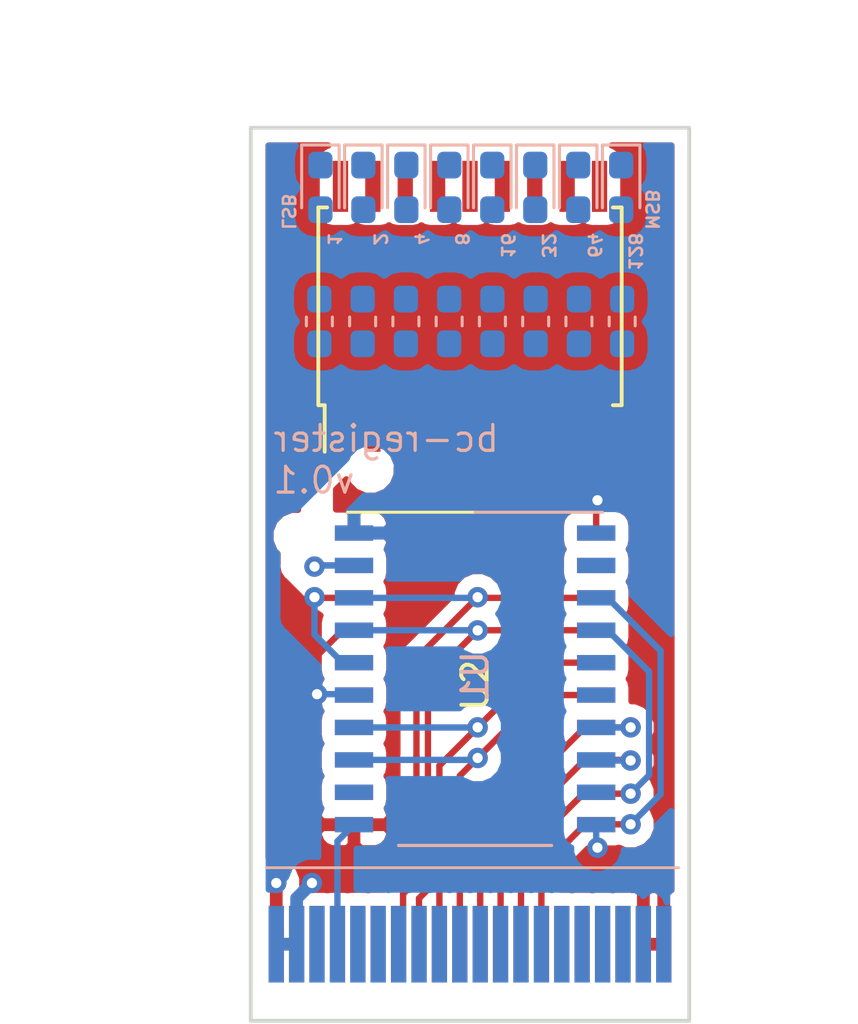
<source format=kicad_pcb>
(kicad_pcb (version 20171130) (host pcbnew "(5.0.0-3-g5ebb6b6)")

  (general
    (thickness 1.6)
    (drawings 20)
    (tracks 122)
    (zones 0)
    (modules 20)
    (nets 59)
  )

  (page A4)
  (layers
    (0 F.Cu signal)
    (31 B.Cu signal)
    (32 B.Adhes user)
    (33 F.Adhes user)
    (34 B.Paste user)
    (35 F.Paste user)
    (36 B.SilkS user)
    (37 F.SilkS user)
    (38 B.Mask user)
    (39 F.Mask user)
    (40 Dwgs.User user)
    (41 Cmts.User user)
    (42 Eco1.User user)
    (43 Eco2.User user)
    (44 Edge.Cuts user)
    (45 Margin user)
    (46 B.CrtYd user)
    (47 F.CrtYd user)
    (48 B.Fab user)
    (49 F.Fab user)
  )

  (setup
    (last_trace_width 0.25)
    (trace_clearance 0.2)
    (zone_clearance 0.5)
    (zone_45_only no)
    (trace_min 0.2)
    (segment_width 0.1016)
    (edge_width 0.15)
    (via_size 0.8)
    (via_drill 0.4)
    (via_min_size 0.4)
    (via_min_drill 0.3)
    (uvia_size 0.3)
    (uvia_drill 0.1)
    (uvias_allowed no)
    (uvia_min_size 0.2)
    (uvia_min_drill 0.1)
    (pcb_text_width 0.3)
    (pcb_text_size 1.5 1.5)
    (mod_edge_width 0.15)
    (mod_text_size 1 1)
    (mod_text_width 0.15)
    (pad_size 1.524 1.524)
    (pad_drill 0.762)
    (pad_to_mask_clearance 0.2)
    (aux_axis_origin 0 0)
    (visible_elements FFFFFF7F)
    (pcbplotparams
      (layerselection 0x010fc_ffffffff)
      (usegerberextensions false)
      (usegerberattributes false)
      (usegerberadvancedattributes false)
      (creategerberjobfile false)
      (excludeedgelayer true)
      (linewidth 0.100000)
      (plotframeref false)
      (viasonmask false)
      (mode 1)
      (useauxorigin false)
      (hpglpennumber 1)
      (hpglpenspeed 20)
      (hpglpendiameter 15.000000)
      (psnegative false)
      (psa4output false)
      (plotreference true)
      (plotvalue true)
      (plotinvisibletext false)
      (padsonsilk false)
      (subtractmaskfromsilk false)
      (outputformat 1)
      (mirror false)
      (drillshape 1)
      (scaleselection 1)
      (outputdirectory ""))
  )

  (net 0 "")
  (net 1 "Net-(D1-Pad2)")
  (net 2 GND)
  (net 3 "Net-(D2-Pad2)")
  (net 4 "Net-(D3-Pad2)")
  (net 5 "Net-(D4-Pad2)")
  (net 6 "Net-(D5-Pad2)")
  (net 7 "Net-(D6-Pad2)")
  (net 8 "Net-(D7-Pad2)")
  (net 9 "Net-(D8-Pad2)")
  (net 10 /LED0)
  (net 11 /LED1)
  (net 12 /LED2)
  (net 13 /LED3)
  (net 14 /LED4)
  (net 15 /LED5)
  (net 16 /LED6)
  (net 17 /LED7)
  (net 18 /RAW2)
  (net 19 /RAW1)
  (net 20 /BUS1)
  (net 21 /BUS0)
  (net 22 /RAW0)
  (net 23 /~IE)
  (net 24 /BUS2)
  (net 25 /BUS3)
  (net 26 /RAW3)
  (net 27 /CLK)
  (net 28 /RAW4)
  (net 29 /BUS4)
  (net 30 /BUS5)
  (net 31 /RAW5)
  (net 32 /RAW6)
  (net 33 /BUS6)
  (net 34 /BUS7)
  (net 35 /RAW7)
  (net 36 VCC)
  (net 37 /~OE)
  (net 38 "Net-(U3-Pad10)")
  (net 39 "Net-(J1-Pad6)")
  (net 40 "Net-(J1-Pad10)")
  (net 41 "Net-(J1-Pad12)")
  (net 42 "Net-(J1-Pad14)")
  (net 43 "Net-(J1-Pad16)")
  (net 44 "Net-(J1-Pad18)")
  (net 45 "Net-(J1-Pad29)")
  (net 46 "Net-(J1-Pad22)")
  (net 47 "Net-(J1-Pad24)")
  (net 48 "Net-(J1-Pad26)")
  (net 49 "Net-(J1-Pad28)")
  (net 50 "Net-(J1-Pad30)")
  (net 51 "Net-(J1-Pad32)")
  (net 52 "Net-(J1-Pad20)")
  (net 53 "Net-(J1-Pad9)")
  (net 54 "Net-(J1-Pad5)")
  (net 55 "Net-(J1-Pad7)")
  (net 56 "Net-(J1-Pad11)")
  (net 57 "Net-(J1-Pad34)")
  (net 58 "Net-(J1-Pad36)")

  (net_class Default "This is the default net class."
    (clearance 0.2)
    (trace_width 0.25)
    (via_dia 0.8)
    (via_drill 0.4)
    (uvia_dia 0.3)
    (uvia_drill 0.1)
    (add_net /BUS0)
    (add_net /BUS1)
    (add_net /BUS2)
    (add_net /BUS3)
    (add_net /BUS4)
    (add_net /BUS5)
    (add_net /BUS6)
    (add_net /BUS7)
    (add_net /CLK)
    (add_net /LED0)
    (add_net /LED1)
    (add_net /LED2)
    (add_net /LED3)
    (add_net /LED4)
    (add_net /LED5)
    (add_net /LED6)
    (add_net /LED7)
    (add_net /RAW0)
    (add_net /RAW1)
    (add_net /RAW2)
    (add_net /RAW3)
    (add_net /RAW4)
    (add_net /RAW5)
    (add_net /RAW6)
    (add_net /RAW7)
    (add_net /~IE)
    (add_net /~OE)
    (add_net GND)
    (add_net "Net-(D1-Pad2)")
    (add_net "Net-(D2-Pad2)")
    (add_net "Net-(D3-Pad2)")
    (add_net "Net-(D4-Pad2)")
    (add_net "Net-(D5-Pad2)")
    (add_net "Net-(D6-Pad2)")
    (add_net "Net-(D7-Pad2)")
    (add_net "Net-(D8-Pad2)")
    (add_net "Net-(J1-Pad10)")
    (add_net "Net-(J1-Pad11)")
    (add_net "Net-(J1-Pad12)")
    (add_net "Net-(J1-Pad14)")
    (add_net "Net-(J1-Pad16)")
    (add_net "Net-(J1-Pad18)")
    (add_net "Net-(J1-Pad20)")
    (add_net "Net-(J1-Pad22)")
    (add_net "Net-(J1-Pad24)")
    (add_net "Net-(J1-Pad26)")
    (add_net "Net-(J1-Pad28)")
    (add_net "Net-(J1-Pad29)")
    (add_net "Net-(J1-Pad30)")
    (add_net "Net-(J1-Pad32)")
    (add_net "Net-(J1-Pad34)")
    (add_net "Net-(J1-Pad36)")
    (add_net "Net-(J1-Pad5)")
    (add_net "Net-(J1-Pad6)")
    (add_net "Net-(J1-Pad7)")
    (add_net "Net-(J1-Pad9)")
    (add_net "Net-(U3-Pad10)")
    (add_net VCC)
  )

  (module LED_SMD:LED_0603_1608Metric_Pad1.05x0.95mm_HandSolder (layer B.Cu) (tedit 5B7C0599) (tstamp 5B952799)
    (at 143.331921 37.539908 270)
    (descr "LED SMD 0603 (1608 Metric), square (rectangular) end terminal, IPC_7351 nominal, (Body size source: http://www.tortai-tech.com/upload/download/2011102023233369053.pdf), generated with kicad-footprint-generator")
    (tags "LED handsolder")
    (path /5B7B3067)
    (attr smd)
    (fp_text reference D1 (at -2.875 0 270) (layer B.SilkS) hide
      (effects (font (size 1 1) (thickness 0.15)) (justify mirror))
    )
    (fp_text value LED (at 0 0 270) (layer B.Fab)
      (effects (font (size 1 1) (thickness 0.15)) (justify mirror))
    )
    (fp_text user %R (at 0 0 270) (layer B.Fab)
      (effects (font (size 0.4 0.4) (thickness 0.06)) (justify mirror))
    )
    (fp_line (start 1.65 -0.73) (end -1.65 -0.73) (layer B.CrtYd) (width 0.05))
    (fp_line (start 1.65 0.73) (end 1.65 -0.73) (layer B.CrtYd) (width 0.05))
    (fp_line (start -1.65 0.73) (end 1.65 0.73) (layer B.CrtYd) (width 0.05))
    (fp_line (start -1.65 -0.73) (end -1.65 0.73) (layer B.CrtYd) (width 0.05))
    (fp_line (start -1.66 -0.735) (end 0.8 -0.735) (layer B.SilkS) (width 0.12))
    (fp_line (start -1.66 0.735) (end -1.66 -0.735) (layer B.SilkS) (width 0.12))
    (fp_line (start 0.8 0.735) (end -1.66 0.735) (layer B.SilkS) (width 0.12))
    (fp_line (start 0.8 -0.4) (end 0.8 0.4) (layer B.Fab) (width 0.1))
    (fp_line (start -0.8 -0.4) (end 0.8 -0.4) (layer B.Fab) (width 0.1))
    (fp_line (start -0.8 0.1) (end -0.8 -0.4) (layer B.Fab) (width 0.1))
    (fp_line (start -0.5 0.4) (end -0.8 0.1) (layer B.Fab) (width 0.1))
    (fp_line (start 0.8 0.4) (end -0.5 0.4) (layer B.Fab) (width 0.1))
    (pad 2 smd roundrect (at 0.875 0 270) (size 1.05 0.95) (layers B.Cu B.Paste B.Mask) (roundrect_rratio 0.25)
      (net 1 "Net-(D1-Pad2)"))
    (pad 1 smd roundrect (at -0.875 0 270) (size 1.05 0.95) (layers B.Cu B.Paste B.Mask) (roundrect_rratio 0.25)
      (net 2 GND))
    (model ${KISYS3DMOD}/LED_SMD.3dshapes/LED_0603_1608Metric.wrl
      (at (xyz 0 0 0))
      (scale (xyz 1 1 1))
      (rotate (xyz 0 0 0))
    )
  )

  (module LED_SMD:LED_0603_1608Metric_Pad1.05x0.95mm_HandSolder (layer B.Cu) (tedit 5B7C058F) (tstamp 5B952A75)
    (at 145.017349 37.539908 270)
    (descr "LED SMD 0603 (1608 Metric), square (rectangular) end terminal, IPC_7351 nominal, (Body size source: http://www.tortai-tech.com/upload/download/2011102023233369053.pdf), generated with kicad-footprint-generator")
    (tags "LED handsolder")
    (path /5B7B2E05)
    (attr smd)
    (fp_text reference D2 (at -2.875 0 270) (layer B.SilkS) hide
      (effects (font (size 1 1) (thickness 0.15)) (justify mirror))
    )
    (fp_text value LED (at 0 0 270) (layer B.Fab)
      (effects (font (size 1 1) (thickness 0.15)) (justify mirror))
    )
    (fp_line (start 0.8 0.4) (end -0.5 0.4) (layer B.Fab) (width 0.1))
    (fp_line (start -0.5 0.4) (end -0.8 0.1) (layer B.Fab) (width 0.1))
    (fp_line (start -0.8 0.1) (end -0.8 -0.4) (layer B.Fab) (width 0.1))
    (fp_line (start -0.8 -0.4) (end 0.8 -0.4) (layer B.Fab) (width 0.1))
    (fp_line (start 0.8 -0.4) (end 0.8 0.4) (layer B.Fab) (width 0.1))
    (fp_line (start 0.8 0.735) (end -1.66 0.735) (layer B.SilkS) (width 0.12))
    (fp_line (start -1.66 0.735) (end -1.66 -0.735) (layer B.SilkS) (width 0.12))
    (fp_line (start -1.66 -0.735) (end 0.8 -0.735) (layer B.SilkS) (width 0.12))
    (fp_line (start -1.65 -0.73) (end -1.65 0.73) (layer B.CrtYd) (width 0.05))
    (fp_line (start -1.65 0.73) (end 1.65 0.73) (layer B.CrtYd) (width 0.05))
    (fp_line (start 1.65 0.73) (end 1.65 -0.73) (layer B.CrtYd) (width 0.05))
    (fp_line (start 1.65 -0.73) (end -1.65 -0.73) (layer B.CrtYd) (width 0.05))
    (fp_text user %R (at 0 0 270) (layer B.Fab)
      (effects (font (size 0.4 0.4) (thickness 0.06)) (justify mirror))
    )
    (pad 1 smd roundrect (at -0.875 0 270) (size 1.05 0.95) (layers B.Cu B.Paste B.Mask) (roundrect_rratio 0.25)
      (net 2 GND))
    (pad 2 smd roundrect (at 0.875 0 270) (size 1.05 0.95) (layers B.Cu B.Paste B.Mask) (roundrect_rratio 0.25)
      (net 3 "Net-(D2-Pad2)"))
    (model ${KISYS3DMOD}/LED_SMD.3dshapes/LED_0603_1608Metric.wrl
      (at (xyz 0 0 0))
      (scale (xyz 1 1 1))
      (rotate (xyz 0 0 0))
    )
  )

  (module LED_SMD:LED_0603_1608Metric_Pad1.05x0.95mm_HandSolder (layer B.Cu) (tedit 5B7C058B) (tstamp 5B9527CF)
    (at 146.702777 37.539908 270)
    (descr "LED SMD 0603 (1608 Metric), square (rectangular) end terminal, IPC_7351 nominal, (Body size source: http://www.tortai-tech.com/upload/download/2011102023233369053.pdf), generated with kicad-footprint-generator")
    (tags "LED handsolder")
    (path /5B7B2C35)
    (attr smd)
    (fp_text reference D3 (at -2.875 0 270) (layer B.SilkS) hide
      (effects (font (size 1 1) (thickness 0.15)) (justify mirror))
    )
    (fp_text value LED (at 0 0 270) (layer B.Fab)
      (effects (font (size 1 1) (thickness 0.15)) (justify mirror))
    )
    (fp_text user %R (at 0 0 270) (layer B.Fab)
      (effects (font (size 0.4 0.4) (thickness 0.06)) (justify mirror))
    )
    (fp_line (start 1.65 -0.73) (end -1.65 -0.73) (layer B.CrtYd) (width 0.05))
    (fp_line (start 1.65 0.73) (end 1.65 -0.73) (layer B.CrtYd) (width 0.05))
    (fp_line (start -1.65 0.73) (end 1.65 0.73) (layer B.CrtYd) (width 0.05))
    (fp_line (start -1.65 -0.73) (end -1.65 0.73) (layer B.CrtYd) (width 0.05))
    (fp_line (start -1.66 -0.735) (end 0.8 -0.735) (layer B.SilkS) (width 0.12))
    (fp_line (start -1.66 0.735) (end -1.66 -0.735) (layer B.SilkS) (width 0.12))
    (fp_line (start 0.8 0.735) (end -1.66 0.735) (layer B.SilkS) (width 0.12))
    (fp_line (start 0.8 -0.4) (end 0.8 0.4) (layer B.Fab) (width 0.1))
    (fp_line (start -0.8 -0.4) (end 0.8 -0.4) (layer B.Fab) (width 0.1))
    (fp_line (start -0.8 0.1) (end -0.8 -0.4) (layer B.Fab) (width 0.1))
    (fp_line (start -0.5 0.4) (end -0.8 0.1) (layer B.Fab) (width 0.1))
    (fp_line (start 0.8 0.4) (end -0.5 0.4) (layer B.Fab) (width 0.1))
    (pad 2 smd roundrect (at 0.875 0 270) (size 1.05 0.95) (layers B.Cu B.Paste B.Mask) (roundrect_rratio 0.25)
      (net 4 "Net-(D3-Pad2)"))
    (pad 1 smd roundrect (at -0.875 0 270) (size 1.05 0.95) (layers B.Cu B.Paste B.Mask) (roundrect_rratio 0.25)
      (net 2 GND))
    (model ${KISYS3DMOD}/LED_SMD.3dshapes/LED_0603_1608Metric.wrl
      (at (xyz 0 0 0))
      (scale (xyz 1 1 1))
      (rotate (xyz 0 0 0))
    )
  )

  (module LED_SMD:LED_0603_1608Metric_Pad1.05x0.95mm_HandSolder (layer B.Cu) (tedit 5B7C0588) (tstamp 5B952805)
    (at 148.388205 37.539908 270)
    (descr "LED SMD 0603 (1608 Metric), square (rectangular) end terminal, IPC_7351 nominal, (Body size source: http://www.tortai-tech.com/upload/download/2011102023233369053.pdf), generated with kicad-footprint-generator")
    (tags "LED handsolder")
    (path /5B7B2AE2)
    (attr smd)
    (fp_text reference D4 (at -2.875 0 270) (layer B.SilkS) hide
      (effects (font (size 1 1) (thickness 0.15)) (justify mirror))
    )
    (fp_text value LED (at 0 0 270) (layer B.Fab)
      (effects (font (size 1 1) (thickness 0.15)) (justify mirror))
    )
    (fp_line (start 0.8 0.4) (end -0.5 0.4) (layer B.Fab) (width 0.1))
    (fp_line (start -0.5 0.4) (end -0.8 0.1) (layer B.Fab) (width 0.1))
    (fp_line (start -0.8 0.1) (end -0.8 -0.4) (layer B.Fab) (width 0.1))
    (fp_line (start -0.8 -0.4) (end 0.8 -0.4) (layer B.Fab) (width 0.1))
    (fp_line (start 0.8 -0.4) (end 0.8 0.4) (layer B.Fab) (width 0.1))
    (fp_line (start 0.8 0.735) (end -1.66 0.735) (layer B.SilkS) (width 0.12))
    (fp_line (start -1.66 0.735) (end -1.66 -0.735) (layer B.SilkS) (width 0.12))
    (fp_line (start -1.66 -0.735) (end 0.8 -0.735) (layer B.SilkS) (width 0.12))
    (fp_line (start -1.65 -0.73) (end -1.65 0.73) (layer B.CrtYd) (width 0.05))
    (fp_line (start -1.65 0.73) (end 1.65 0.73) (layer B.CrtYd) (width 0.05))
    (fp_line (start 1.65 0.73) (end 1.65 -0.73) (layer B.CrtYd) (width 0.05))
    (fp_line (start 1.65 -0.73) (end -1.65 -0.73) (layer B.CrtYd) (width 0.05))
    (fp_text user %R (at 0 0 270) (layer B.Fab)
      (effects (font (size 0.4 0.4) (thickness 0.06)) (justify mirror))
    )
    (pad 1 smd roundrect (at -0.875 0 270) (size 1.05 0.95) (layers B.Cu B.Paste B.Mask) (roundrect_rratio 0.25)
      (net 2 GND))
    (pad 2 smd roundrect (at 0.875 0 270) (size 1.05 0.95) (layers B.Cu B.Paste B.Mask) (roundrect_rratio 0.25)
      (net 5 "Net-(D4-Pad2)"))
    (model ${KISYS3DMOD}/LED_SMD.3dshapes/LED_0603_1608Metric.wrl
      (at (xyz 0 0 0))
      (scale (xyz 1 1 1))
      (rotate (xyz 0 0 0))
    )
  )

  (module LED_SMD:LED_0603_1608Metric_Pad1.05x0.95mm_HandSolder (layer B.Cu) (tedit 5B7C0583) (tstamp 5B9529D9)
    (at 150.073633 37.539908 270)
    (descr "LED SMD 0603 (1608 Metric), square (rectangular) end terminal, IPC_7351 nominal, (Body size source: http://www.tortai-tech.com/upload/download/2011102023233369053.pdf), generated with kicad-footprint-generator")
    (tags "LED handsolder")
    (path /5B7B29F7)
    (attr smd)
    (fp_text reference D5 (at -2.875 0 270) (layer B.SilkS) hide
      (effects (font (size 1 1) (thickness 0.15)) (justify mirror))
    )
    (fp_text value LED (at 0 0 270) (layer B.Fab)
      (effects (font (size 1 1) (thickness 0.15)) (justify mirror))
    )
    (fp_text user %R (at 0 0 270) (layer B.Fab)
      (effects (font (size 0.4 0.4) (thickness 0.06)) (justify mirror))
    )
    (fp_line (start 1.65 -0.73) (end -1.65 -0.73) (layer B.CrtYd) (width 0.05))
    (fp_line (start 1.65 0.73) (end 1.65 -0.73) (layer B.CrtYd) (width 0.05))
    (fp_line (start -1.65 0.73) (end 1.65 0.73) (layer B.CrtYd) (width 0.05))
    (fp_line (start -1.65 -0.73) (end -1.65 0.73) (layer B.CrtYd) (width 0.05))
    (fp_line (start -1.66 -0.735) (end 0.8 -0.735) (layer B.SilkS) (width 0.12))
    (fp_line (start -1.66 0.735) (end -1.66 -0.735) (layer B.SilkS) (width 0.12))
    (fp_line (start 0.8 0.735) (end -1.66 0.735) (layer B.SilkS) (width 0.12))
    (fp_line (start 0.8 -0.4) (end 0.8 0.4) (layer B.Fab) (width 0.1))
    (fp_line (start -0.8 -0.4) (end 0.8 -0.4) (layer B.Fab) (width 0.1))
    (fp_line (start -0.8 0.1) (end -0.8 -0.4) (layer B.Fab) (width 0.1))
    (fp_line (start -0.5 0.4) (end -0.8 0.1) (layer B.Fab) (width 0.1))
    (fp_line (start 0.8 0.4) (end -0.5 0.4) (layer B.Fab) (width 0.1))
    (pad 2 smd roundrect (at 0.875 0 270) (size 1.05 0.95) (layers B.Cu B.Paste B.Mask) (roundrect_rratio 0.25)
      (net 6 "Net-(D5-Pad2)"))
    (pad 1 smd roundrect (at -0.875 0 270) (size 1.05 0.95) (layers B.Cu B.Paste B.Mask) (roundrect_rratio 0.25)
      (net 2 GND))
    (model ${KISYS3DMOD}/LED_SMD.3dshapes/LED_0603_1608Metric.wrl
      (at (xyz 0 0 0))
      (scale (xyz 1 1 1))
      (rotate (xyz 0 0 0))
    )
  )

  (module LED_SMD:LED_0603_1608Metric_Pad1.05x0.95mm_HandSolder (layer B.Cu) (tedit 5B7C0580) (tstamp 5B9529A3)
    (at 151.759061 37.539908 270)
    (descr "LED SMD 0603 (1608 Metric), square (rectangular) end terminal, IPC_7351 nominal, (Body size source: http://www.tortai-tech.com/upload/download/2011102023233369053.pdf), generated with kicad-footprint-generator")
    (tags "LED handsolder")
    (path /5B7B294D)
    (attr smd)
    (fp_text reference D6 (at -2.875 0 270) (layer B.SilkS) hide
      (effects (font (size 1 1) (thickness 0.15)) (justify mirror))
    )
    (fp_text value LED (at 0 0 270) (layer B.Fab)
      (effects (font (size 1 1) (thickness 0.15)) (justify mirror))
    )
    (fp_line (start 0.8 0.4) (end -0.5 0.4) (layer B.Fab) (width 0.1))
    (fp_line (start -0.5 0.4) (end -0.8 0.1) (layer B.Fab) (width 0.1))
    (fp_line (start -0.8 0.1) (end -0.8 -0.4) (layer B.Fab) (width 0.1))
    (fp_line (start -0.8 -0.4) (end 0.8 -0.4) (layer B.Fab) (width 0.1))
    (fp_line (start 0.8 -0.4) (end 0.8 0.4) (layer B.Fab) (width 0.1))
    (fp_line (start 0.8 0.735) (end -1.66 0.735) (layer B.SilkS) (width 0.12))
    (fp_line (start -1.66 0.735) (end -1.66 -0.735) (layer B.SilkS) (width 0.12))
    (fp_line (start -1.66 -0.735) (end 0.8 -0.735) (layer B.SilkS) (width 0.12))
    (fp_line (start -1.65 -0.73) (end -1.65 0.73) (layer B.CrtYd) (width 0.05))
    (fp_line (start -1.65 0.73) (end 1.65 0.73) (layer B.CrtYd) (width 0.05))
    (fp_line (start 1.65 0.73) (end 1.65 -0.73) (layer B.CrtYd) (width 0.05))
    (fp_line (start 1.65 -0.73) (end -1.65 -0.73) (layer B.CrtYd) (width 0.05))
    (fp_text user %R (at 0 0 270) (layer B.Fab)
      (effects (font (size 0.4 0.4) (thickness 0.06)) (justify mirror))
    )
    (pad 1 smd roundrect (at -0.875 0 270) (size 1.05 0.95) (layers B.Cu B.Paste B.Mask) (roundrect_rratio 0.25)
      (net 2 GND))
    (pad 2 smd roundrect (at 0.875 0 270) (size 1.05 0.95) (layers B.Cu B.Paste B.Mask) (roundrect_rratio 0.25)
      (net 7 "Net-(D6-Pad2)"))
    (model ${KISYS3DMOD}/LED_SMD.3dshapes/LED_0603_1608Metric.wrl
      (at (xyz 0 0 0))
      (scale (xyz 1 1 1))
      (rotate (xyz 0 0 0))
    )
  )

  (module LED_SMD:LED_0603_1608Metric_Pad1.05x0.95mm_HandSolder (layer B.Cu) (tedit 5B7C057C) (tstamp 5B95283B)
    (at 153.444489 37.539908 270)
    (descr "LED SMD 0603 (1608 Metric), square (rectangular) end terminal, IPC_7351 nominal, (Body size source: http://www.tortai-tech.com/upload/download/2011102023233369053.pdf), generated with kicad-footprint-generator")
    (tags "LED handsolder")
    (path /5B7B28EB)
    (attr smd)
    (fp_text reference D7 (at -2.875 0 270) (layer B.SilkS) hide
      (effects (font (size 1 1) (thickness 0.15)) (justify mirror))
    )
    (fp_text value LED (at 0 0 270) (layer B.Fab)
      (effects (font (size 1 1) (thickness 0.15)) (justify mirror))
    )
    (fp_text user %R (at 0 0 270) (layer B.Fab)
      (effects (font (size 0.4 0.4) (thickness 0.06)) (justify mirror))
    )
    (fp_line (start 1.65 -0.73) (end -1.65 -0.73) (layer B.CrtYd) (width 0.05))
    (fp_line (start 1.65 0.73) (end 1.65 -0.73) (layer B.CrtYd) (width 0.05))
    (fp_line (start -1.65 0.73) (end 1.65 0.73) (layer B.CrtYd) (width 0.05))
    (fp_line (start -1.65 -0.73) (end -1.65 0.73) (layer B.CrtYd) (width 0.05))
    (fp_line (start -1.66 -0.735) (end 0.8 -0.735) (layer B.SilkS) (width 0.12))
    (fp_line (start -1.66 0.735) (end -1.66 -0.735) (layer B.SilkS) (width 0.12))
    (fp_line (start 0.8 0.735) (end -1.66 0.735) (layer B.SilkS) (width 0.12))
    (fp_line (start 0.8 -0.4) (end 0.8 0.4) (layer B.Fab) (width 0.1))
    (fp_line (start -0.8 -0.4) (end 0.8 -0.4) (layer B.Fab) (width 0.1))
    (fp_line (start -0.8 0.1) (end -0.8 -0.4) (layer B.Fab) (width 0.1))
    (fp_line (start -0.5 0.4) (end -0.8 0.1) (layer B.Fab) (width 0.1))
    (fp_line (start 0.8 0.4) (end -0.5 0.4) (layer B.Fab) (width 0.1))
    (pad 2 smd roundrect (at 0.875 0 270) (size 1.05 0.95) (layers B.Cu B.Paste B.Mask) (roundrect_rratio 0.25)
      (net 8 "Net-(D7-Pad2)"))
    (pad 1 smd roundrect (at -0.875 0 270) (size 1.05 0.95) (layers B.Cu B.Paste B.Mask) (roundrect_rratio 0.25)
      (net 2 GND))
    (model ${KISYS3DMOD}/LED_SMD.3dshapes/LED_0603_1608Metric.wrl
      (at (xyz 0 0 0))
      (scale (xyz 1 1 1))
      (rotate (xyz 0 0 0))
    )
  )

  (module LED_SMD:LED_0603_1608Metric_Pad1.05x0.95mm_HandSolder (layer B.Cu) (tedit 5B7C0579) (tstamp 5B952B11)
    (at 155.129921 37.539908 270)
    (descr "LED SMD 0603 (1608 Metric), square (rectangular) end terminal, IPC_7351 nominal, (Body size source: http://www.tortai-tech.com/upload/download/2011102023233369053.pdf), generated with kicad-footprint-generator")
    (tags "LED handsolder")
    (path /5B7B174C)
    (attr smd)
    (fp_text reference D8 (at -2.875 0 270) (layer B.SilkS) hide
      (effects (font (size 1 1) (thickness 0.15)) (justify mirror))
    )
    (fp_text value LED (at 0 0 270) (layer B.Fab)
      (effects (font (size 1 1) (thickness 0.15)) (justify mirror))
    )
    (fp_line (start 0.8 0.4) (end -0.5 0.4) (layer B.Fab) (width 0.1))
    (fp_line (start -0.5 0.4) (end -0.8 0.1) (layer B.Fab) (width 0.1))
    (fp_line (start -0.8 0.1) (end -0.8 -0.4) (layer B.Fab) (width 0.1))
    (fp_line (start -0.8 -0.4) (end 0.8 -0.4) (layer B.Fab) (width 0.1))
    (fp_line (start 0.8 -0.4) (end 0.8 0.4) (layer B.Fab) (width 0.1))
    (fp_line (start 0.8 0.735) (end -1.66 0.735) (layer B.SilkS) (width 0.12))
    (fp_line (start -1.66 0.735) (end -1.66 -0.735) (layer B.SilkS) (width 0.12))
    (fp_line (start -1.66 -0.735) (end 0.8 -0.735) (layer B.SilkS) (width 0.12))
    (fp_line (start -1.65 -0.73) (end -1.65 0.73) (layer B.CrtYd) (width 0.05))
    (fp_line (start -1.65 0.73) (end 1.65 0.73) (layer B.CrtYd) (width 0.05))
    (fp_line (start 1.65 0.73) (end 1.65 -0.73) (layer B.CrtYd) (width 0.05))
    (fp_line (start 1.65 -0.73) (end -1.65 -0.73) (layer B.CrtYd) (width 0.05))
    (fp_text user %R (at 0 0 270) (layer B.Fab)
      (effects (font (size 0.4 0.4) (thickness 0.06)) (justify mirror))
    )
    (pad 1 smd roundrect (at -0.875 0 270) (size 1.05 0.95) (layers B.Cu B.Paste B.Mask) (roundrect_rratio 0.25)
      (net 2 GND))
    (pad 2 smd roundrect (at 0.875 0 270) (size 1.05 0.95) (layers B.Cu B.Paste B.Mask) (roundrect_rratio 0.25)
      (net 9 "Net-(D8-Pad2)"))
    (model ${KISYS3DMOD}/LED_SMD.3dshapes/LED_0603_1608Metric.wrl
      (at (xyz 0 0 0))
      (scale (xyz 1 1 1))
      (rotate (xyz 0 0 0))
    )
  )

  (module Resistor_SMD:R_0603_1608Metric_Pad1.05x0.95mm_HandSolder (layer B.Cu) (tedit 5B7D2EB8) (tstamp 5B95289F)
    (at 143.291921 42.793908 270)
    (descr "Resistor SMD 0603 (1608 Metric), square (rectangular) end terminal, IPC_7351 nominal with elongated pad for handsoldering. (Body size source: http://www.tortai-tech.com/upload/download/2011102023233369053.pdf), generated with kicad-footprint-generator")
    (tags "resistor handsolder")
    (path /5B7B306E)
    (attr smd)
    (fp_text reference R1 (at 2.875 0 270) (layer B.SilkS) hide
      (effects (font (size 1 1) (thickness 0.15)) (justify mirror))
    )
    (fp_text value R (at 0 0 270) (layer B.Fab)
      (effects (font (size 1 1) (thickness 0.15)) (justify mirror))
    )
    (fp_text user %R (at 0 0 270) (layer B.Fab)
      (effects (font (size 0.4 0.4) (thickness 0.06)) (justify mirror))
    )
    (fp_line (start 1.65 -0.73) (end -1.65 -0.73) (layer B.CrtYd) (width 0.05))
    (fp_line (start 1.65 0.73) (end 1.65 -0.73) (layer B.CrtYd) (width 0.05))
    (fp_line (start -1.65 0.73) (end 1.65 0.73) (layer B.CrtYd) (width 0.05))
    (fp_line (start -1.65 -0.73) (end -1.65 0.73) (layer B.CrtYd) (width 0.05))
    (fp_line (start -0.171267 -0.51) (end 0.171267 -0.51) (layer B.SilkS) (width 0.12))
    (fp_line (start -0.171267 0.51) (end 0.171267 0.51) (layer B.SilkS) (width 0.12))
    (fp_line (start 0.8 -0.4) (end -0.8 -0.4) (layer B.Fab) (width 0.1))
    (fp_line (start 0.8 0.4) (end 0.8 -0.4) (layer B.Fab) (width 0.1))
    (fp_line (start -0.8 0.4) (end 0.8 0.4) (layer B.Fab) (width 0.1))
    (fp_line (start -0.8 -0.4) (end -0.8 0.4) (layer B.Fab) (width 0.1))
    (pad 2 smd roundrect (at 0.875 0 270) (size 1.05 0.95) (layers B.Cu B.Paste B.Mask) (roundrect_rratio 0.25)
      (net 10 /LED0))
    (pad 1 smd roundrect (at -0.875 0 270) (size 1.05 0.95) (layers B.Cu B.Paste B.Mask) (roundrect_rratio 0.25)
      (net 1 "Net-(D1-Pad2)"))
    (model ${KISYS3DMOD}/Resistor_SMD.3dshapes/R_0603_1608Metric.wrl
      (at (xyz 0 0 0))
      (scale (xyz 1 1 1))
      (rotate (xyz 0 0 0))
    )
  )

  (module Resistor_SMD:R_0603_1608Metric_Pad1.05x0.95mm_HandSolder (layer B.Cu) (tedit 5B7D2EB1) (tstamp 5B9528FF)
    (at 144.988778 42.793908 270)
    (descr "Resistor SMD 0603 (1608 Metric), square (rectangular) end terminal, IPC_7351 nominal with elongated pad for handsoldering. (Body size source: http://www.tortai-tech.com/upload/download/2011102023233369053.pdf), generated with kicad-footprint-generator")
    (tags "resistor handsolder")
    (path /5B7B2E0C)
    (attr smd)
    (fp_text reference R2 (at 2.875 0 270) (layer B.SilkS) hide
      (effects (font (size 1 1) (thickness 0.15)) (justify mirror))
    )
    (fp_text value R (at 0 0 270) (layer B.Fab)
      (effects (font (size 1 1) (thickness 0.15)) (justify mirror))
    )
    (fp_line (start -0.8 -0.4) (end -0.8 0.4) (layer B.Fab) (width 0.1))
    (fp_line (start -0.8 0.4) (end 0.8 0.4) (layer B.Fab) (width 0.1))
    (fp_line (start 0.8 0.4) (end 0.8 -0.4) (layer B.Fab) (width 0.1))
    (fp_line (start 0.8 -0.4) (end -0.8 -0.4) (layer B.Fab) (width 0.1))
    (fp_line (start -0.171267 0.51) (end 0.171267 0.51) (layer B.SilkS) (width 0.12))
    (fp_line (start -0.171267 -0.51) (end 0.171267 -0.51) (layer B.SilkS) (width 0.12))
    (fp_line (start -1.65 -0.73) (end -1.65 0.73) (layer B.CrtYd) (width 0.05))
    (fp_line (start -1.65 0.73) (end 1.65 0.73) (layer B.CrtYd) (width 0.05))
    (fp_line (start 1.65 0.73) (end 1.65 -0.73) (layer B.CrtYd) (width 0.05))
    (fp_line (start 1.65 -0.73) (end -1.65 -0.73) (layer B.CrtYd) (width 0.05))
    (fp_text user %R (at 0 0 270) (layer B.Fab)
      (effects (font (size 0.4 0.4) (thickness 0.06)) (justify mirror))
    )
    (pad 1 smd roundrect (at -0.875 0 270) (size 1.05 0.95) (layers B.Cu B.Paste B.Mask) (roundrect_rratio 0.25)
      (net 3 "Net-(D2-Pad2)"))
    (pad 2 smd roundrect (at 0.875 0 270) (size 1.05 0.95) (layers B.Cu B.Paste B.Mask) (roundrect_rratio 0.25)
      (net 11 /LED1))
    (model ${KISYS3DMOD}/Resistor_SMD.3dshapes/R_0603_1608Metric.wrl
      (at (xyz 0 0 0))
      (scale (xyz 1 1 1))
      (rotate (xyz 0 0 0))
    )
  )

  (module Resistor_SMD:R_0603_1608Metric_Pad1.05x0.95mm_HandSolder (layer B.Cu) (tedit 5B7D2EAE) (tstamp 5B95286F)
    (at 146.685635 42.793908 270)
    (descr "Resistor SMD 0603 (1608 Metric), square (rectangular) end terminal, IPC_7351 nominal with elongated pad for handsoldering. (Body size source: http://www.tortai-tech.com/upload/download/2011102023233369053.pdf), generated with kicad-footprint-generator")
    (tags "resistor handsolder")
    (path /5B7B2C3C)
    (attr smd)
    (fp_text reference R3 (at 2.875 0 270) (layer B.SilkS) hide
      (effects (font (size 1 1) (thickness 0.15)) (justify mirror))
    )
    (fp_text value R (at 0 0 270) (layer B.Fab)
      (effects (font (size 1 1) (thickness 0.15)) (justify mirror))
    )
    (fp_text user %R (at 0 0 270) (layer B.Fab)
      (effects (font (size 0.4 0.4) (thickness 0.06)) (justify mirror))
    )
    (fp_line (start 1.65 -0.73) (end -1.65 -0.73) (layer B.CrtYd) (width 0.05))
    (fp_line (start 1.65 0.73) (end 1.65 -0.73) (layer B.CrtYd) (width 0.05))
    (fp_line (start -1.65 0.73) (end 1.65 0.73) (layer B.CrtYd) (width 0.05))
    (fp_line (start -1.65 -0.73) (end -1.65 0.73) (layer B.CrtYd) (width 0.05))
    (fp_line (start -0.171267 -0.51) (end 0.171267 -0.51) (layer B.SilkS) (width 0.12))
    (fp_line (start -0.171267 0.51) (end 0.171267 0.51) (layer B.SilkS) (width 0.12))
    (fp_line (start 0.8 -0.4) (end -0.8 -0.4) (layer B.Fab) (width 0.1))
    (fp_line (start 0.8 0.4) (end 0.8 -0.4) (layer B.Fab) (width 0.1))
    (fp_line (start -0.8 0.4) (end 0.8 0.4) (layer B.Fab) (width 0.1))
    (fp_line (start -0.8 -0.4) (end -0.8 0.4) (layer B.Fab) (width 0.1))
    (pad 2 smd roundrect (at 0.875 0 270) (size 1.05 0.95) (layers B.Cu B.Paste B.Mask) (roundrect_rratio 0.25)
      (net 12 /LED2))
    (pad 1 smd roundrect (at -0.875 0 270) (size 1.05 0.95) (layers B.Cu B.Paste B.Mask) (roundrect_rratio 0.25)
      (net 4 "Net-(D3-Pad2)"))
    (model ${KISYS3DMOD}/Resistor_SMD.3dshapes/R_0603_1608Metric.wrl
      (at (xyz 0 0 0))
      (scale (xyz 1 1 1))
      (rotate (xyz 0 0 0))
    )
  )

  (module Resistor_SMD:R_0603_1608Metric_Pad1.05x0.95mm_HandSolder (layer B.Cu) (tedit 5B7D2EA6) (tstamp 5B9528CF)
    (at 148.382492 42.793908 270)
    (descr "Resistor SMD 0603 (1608 Metric), square (rectangular) end terminal, IPC_7351 nominal with elongated pad for handsoldering. (Body size source: http://www.tortai-tech.com/upload/download/2011102023233369053.pdf), generated with kicad-footprint-generator")
    (tags "resistor handsolder")
    (path /5B7B2AE9)
    (attr smd)
    (fp_text reference R4 (at 2.875 0 270) (layer B.SilkS) hide
      (effects (font (size 1 1) (thickness 0.15)) (justify mirror))
    )
    (fp_text value R (at -0.125 0 270) (layer B.Fab)
      (effects (font (size 1 1) (thickness 0.15)) (justify mirror))
    )
    (fp_line (start -0.8 -0.4) (end -0.8 0.4) (layer B.Fab) (width 0.1))
    (fp_line (start -0.8 0.4) (end 0.8 0.4) (layer B.Fab) (width 0.1))
    (fp_line (start 0.8 0.4) (end 0.8 -0.4) (layer B.Fab) (width 0.1))
    (fp_line (start 0.8 -0.4) (end -0.8 -0.4) (layer B.Fab) (width 0.1))
    (fp_line (start -0.171267 0.51) (end 0.171267 0.51) (layer B.SilkS) (width 0.12))
    (fp_line (start -0.171267 -0.51) (end 0.171267 -0.51) (layer B.SilkS) (width 0.12))
    (fp_line (start -1.65 -0.73) (end -1.65 0.73) (layer B.CrtYd) (width 0.05))
    (fp_line (start -1.65 0.73) (end 1.65 0.73) (layer B.CrtYd) (width 0.05))
    (fp_line (start 1.65 0.73) (end 1.65 -0.73) (layer B.CrtYd) (width 0.05))
    (fp_line (start 1.65 -0.73) (end -1.65 -0.73) (layer B.CrtYd) (width 0.05))
    (fp_text user %R (at 0 0 270) (layer B.Fab)
      (effects (font (size 0.4 0.4) (thickness 0.06)) (justify mirror))
    )
    (pad 1 smd roundrect (at -0.875 0 270) (size 1.05 0.95) (layers B.Cu B.Paste B.Mask) (roundrect_rratio 0.25)
      (net 5 "Net-(D4-Pad2)"))
    (pad 2 smd roundrect (at 0.875 0 270) (size 1.05 0.95) (layers B.Cu B.Paste B.Mask) (roundrect_rratio 0.25)
      (net 13 /LED3))
    (model ${KISYS3DMOD}/Resistor_SMD.3dshapes/R_0603_1608Metric.wrl
      (at (xyz 0 0 0))
      (scale (xyz 1 1 1))
      (rotate (xyz 0 0 0))
    )
  )

  (module Resistor_SMD:R_0603_1608Metric_Pad1.05x0.95mm_HandSolder (layer B.Cu) (tedit 5B7D2EA4) (tstamp 5B952ADF)
    (at 150.079349 42.793908 270)
    (descr "Resistor SMD 0603 (1608 Metric), square (rectangular) end terminal, IPC_7351 nominal with elongated pad for handsoldering. (Body size source: http://www.tortai-tech.com/upload/download/2011102023233369053.pdf), generated with kicad-footprint-generator")
    (tags "resistor handsolder")
    (path /5B7B29FE)
    (attr smd)
    (fp_text reference R5 (at 2.875 0 270) (layer B.SilkS) hide
      (effects (font (size 1 1) (thickness 0.15)) (justify mirror))
    )
    (fp_text value R (at 0 0 270) (layer B.Fab)
      (effects (font (size 1 1) (thickness 0.15)) (justify mirror))
    )
    (fp_text user %R (at 0 0 270) (layer B.Fab)
      (effects (font (size 0.4 0.4) (thickness 0.06)) (justify mirror))
    )
    (fp_line (start 1.65 -0.73) (end -1.65 -0.73) (layer B.CrtYd) (width 0.05))
    (fp_line (start 1.65 0.73) (end 1.65 -0.73) (layer B.CrtYd) (width 0.05))
    (fp_line (start -1.65 0.73) (end 1.65 0.73) (layer B.CrtYd) (width 0.05))
    (fp_line (start -1.65 -0.73) (end -1.65 0.73) (layer B.CrtYd) (width 0.05))
    (fp_line (start -0.171267 -0.51) (end 0.171267 -0.51) (layer B.SilkS) (width 0.12))
    (fp_line (start -0.171267 0.51) (end 0.171267 0.51) (layer B.SilkS) (width 0.12))
    (fp_line (start 0.8 -0.4) (end -0.8 -0.4) (layer B.Fab) (width 0.1))
    (fp_line (start 0.8 0.4) (end 0.8 -0.4) (layer B.Fab) (width 0.1))
    (fp_line (start -0.8 0.4) (end 0.8 0.4) (layer B.Fab) (width 0.1))
    (fp_line (start -0.8 -0.4) (end -0.8 0.4) (layer B.Fab) (width 0.1))
    (pad 2 smd roundrect (at 0.875 0 270) (size 1.05 0.95) (layers B.Cu B.Paste B.Mask) (roundrect_rratio 0.25)
      (net 14 /LED4))
    (pad 1 smd roundrect (at -0.875 0 270) (size 1.05 0.95) (layers B.Cu B.Paste B.Mask) (roundrect_rratio 0.25)
      (net 6 "Net-(D5-Pad2)"))
    (model ${KISYS3DMOD}/Resistor_SMD.3dshapes/R_0603_1608Metric.wrl
      (at (xyz 0 0 0))
      (scale (xyz 1 1 1))
      (rotate (xyz 0 0 0))
    )
  )

  (module Resistor_SMD:R_0603_1608Metric_Pad1.05x0.95mm_HandSolder (layer B.Cu) (tedit 5B7D2EA2) (tstamp 5B952AAF)
    (at 151.776206 42.793908 270)
    (descr "Resistor SMD 0603 (1608 Metric), square (rectangular) end terminal, IPC_7351 nominal with elongated pad for handsoldering. (Body size source: http://www.tortai-tech.com/upload/download/2011102023233369053.pdf), generated with kicad-footprint-generator")
    (tags "resistor handsolder")
    (path /5B7B2954)
    (attr smd)
    (fp_text reference R6 (at 2.875 0 270) (layer B.SilkS) hide
      (effects (font (size 1 1) (thickness 0.15)) (justify mirror))
    )
    (fp_text value R (at 0 0 270) (layer B.Fab)
      (effects (font (size 1 1) (thickness 0.15)) (justify mirror))
    )
    (fp_line (start -0.8 -0.4) (end -0.8 0.4) (layer B.Fab) (width 0.1))
    (fp_line (start -0.8 0.4) (end 0.8 0.4) (layer B.Fab) (width 0.1))
    (fp_line (start 0.8 0.4) (end 0.8 -0.4) (layer B.Fab) (width 0.1))
    (fp_line (start 0.8 -0.4) (end -0.8 -0.4) (layer B.Fab) (width 0.1))
    (fp_line (start -0.171267 0.51) (end 0.171267 0.51) (layer B.SilkS) (width 0.12))
    (fp_line (start -0.171267 -0.51) (end 0.171267 -0.51) (layer B.SilkS) (width 0.12))
    (fp_line (start -1.65 -0.73) (end -1.65 0.73) (layer B.CrtYd) (width 0.05))
    (fp_line (start -1.65 0.73) (end 1.65 0.73) (layer B.CrtYd) (width 0.05))
    (fp_line (start 1.65 0.73) (end 1.65 -0.73) (layer B.CrtYd) (width 0.05))
    (fp_line (start 1.65 -0.73) (end -1.65 -0.73) (layer B.CrtYd) (width 0.05))
    (fp_text user %R (at 0 0 270) (layer B.Fab)
      (effects (font (size 0.4 0.4) (thickness 0.06)) (justify mirror))
    )
    (pad 1 smd roundrect (at -0.875 0 270) (size 1.05 0.95) (layers B.Cu B.Paste B.Mask) (roundrect_rratio 0.25)
      (net 7 "Net-(D6-Pad2)"))
    (pad 2 smd roundrect (at 0.875 0 270) (size 1.05 0.95) (layers B.Cu B.Paste B.Mask) (roundrect_rratio 0.25)
      (net 15 /LED5))
    (model ${KISYS3DMOD}/Resistor_SMD.3dshapes/R_0603_1608Metric.wrl
      (at (xyz 0 0 0))
      (scale (xyz 1 1 1))
      (rotate (xyz 0 0 0))
    )
  )

  (module Resistor_SMD:R_0603_1608Metric_Pad1.05x0.95mm_HandSolder (layer B.Cu) (tedit 5B7D2E9D) (tstamp 5B952A0D)
    (at 153.473063 42.793908 270)
    (descr "Resistor SMD 0603 (1608 Metric), square (rectangular) end terminal, IPC_7351 nominal with elongated pad for handsoldering. (Body size source: http://www.tortai-tech.com/upload/download/2011102023233369053.pdf), generated with kicad-footprint-generator")
    (tags "resistor handsolder")
    (path /5B7B28F2)
    (attr smd)
    (fp_text reference R7 (at 2.875 0 270) (layer B.SilkS) hide
      (effects (font (size 1 1) (thickness 0.15)) (justify mirror))
    )
    (fp_text value R (at -0.125 0 270) (layer B.Fab)
      (effects (font (size 1 1) (thickness 0.15)) (justify mirror))
    )
    (fp_text user %R (at 0 0 270) (layer B.Fab)
      (effects (font (size 0.4 0.4) (thickness 0.06)) (justify mirror))
    )
    (fp_line (start 1.65 -0.73) (end -1.65 -0.73) (layer B.CrtYd) (width 0.05))
    (fp_line (start 1.65 0.73) (end 1.65 -0.73) (layer B.CrtYd) (width 0.05))
    (fp_line (start -1.65 0.73) (end 1.65 0.73) (layer B.CrtYd) (width 0.05))
    (fp_line (start -1.65 -0.73) (end -1.65 0.73) (layer B.CrtYd) (width 0.05))
    (fp_line (start -0.171267 -0.51) (end 0.171267 -0.51) (layer B.SilkS) (width 0.12))
    (fp_line (start -0.171267 0.51) (end 0.171267 0.51) (layer B.SilkS) (width 0.12))
    (fp_line (start 0.8 -0.4) (end -0.8 -0.4) (layer B.Fab) (width 0.1))
    (fp_line (start 0.8 0.4) (end 0.8 -0.4) (layer B.Fab) (width 0.1))
    (fp_line (start -0.8 0.4) (end 0.8 0.4) (layer B.Fab) (width 0.1))
    (fp_line (start -0.8 -0.4) (end -0.8 0.4) (layer B.Fab) (width 0.1))
    (pad 2 smd roundrect (at 0.875 0 270) (size 1.05 0.95) (layers B.Cu B.Paste B.Mask) (roundrect_rratio 0.25)
      (net 16 /LED6))
    (pad 1 smd roundrect (at -0.875 0 270) (size 1.05 0.95) (layers B.Cu B.Paste B.Mask) (roundrect_rratio 0.25)
      (net 8 "Net-(D7-Pad2)"))
    (model ${KISYS3DMOD}/Resistor_SMD.3dshapes/R_0603_1608Metric.wrl
      (at (xyz 0 0 0))
      (scale (xyz 1 1 1))
      (rotate (xyz 0 0 0))
    )
  )

  (module Resistor_SMD:R_0603_1608Metric_Pad1.05x0.95mm_HandSolder (layer B.Cu) (tedit 5B7D2E9A) (tstamp 5B952A43)
    (at 155.169921 42.793908 270)
    (descr "Resistor SMD 0603 (1608 Metric), square (rectangular) end terminal, IPC_7351 nominal with elongated pad for handsoldering. (Body size source: http://www.tortai-tech.com/upload/download/2011102023233369053.pdf), generated with kicad-footprint-generator")
    (tags "resistor handsolder")
    (path /5B7B182F)
    (attr smd)
    (fp_text reference R8 (at 2.875 0 270) (layer B.SilkS) hide
      (effects (font (size 1 1) (thickness 0.15)) (justify mirror))
    )
    (fp_text value R (at 0 0 270) (layer B.Fab)
      (effects (font (size 1 1) (thickness 0.15)) (justify mirror))
    )
    (fp_line (start -0.8 -0.4) (end -0.8 0.4) (layer B.Fab) (width 0.1))
    (fp_line (start -0.8 0.4) (end 0.8 0.4) (layer B.Fab) (width 0.1))
    (fp_line (start 0.8 0.4) (end 0.8 -0.4) (layer B.Fab) (width 0.1))
    (fp_line (start 0.8 -0.4) (end -0.8 -0.4) (layer B.Fab) (width 0.1))
    (fp_line (start -0.171267 0.51) (end 0.171267 0.51) (layer B.SilkS) (width 0.12))
    (fp_line (start -0.171267 -0.51) (end 0.171267 -0.51) (layer B.SilkS) (width 0.12))
    (fp_line (start -1.65 -0.73) (end -1.65 0.73) (layer B.CrtYd) (width 0.05))
    (fp_line (start -1.65 0.73) (end 1.65 0.73) (layer B.CrtYd) (width 0.05))
    (fp_line (start 1.65 0.73) (end 1.65 -0.73) (layer B.CrtYd) (width 0.05))
    (fp_line (start 1.65 -0.73) (end -1.65 -0.73) (layer B.CrtYd) (width 0.05))
    (fp_text user %R (at 0 0 270) (layer B.Fab)
      (effects (font (size 0.4 0.4) (thickness 0.06)) (justify mirror))
    )
    (pad 1 smd roundrect (at -0.875 0 270) (size 1.05 0.95) (layers B.Cu B.Paste B.Mask) (roundrect_rratio 0.25)
      (net 9 "Net-(D8-Pad2)"))
    (pad 2 smd roundrect (at 0.875 0 270) (size 1.05 0.95) (layers B.Cu B.Paste B.Mask) (roundrect_rratio 0.25)
      (net 17 /LED7))
    (model ${KISYS3DMOD}/Resistor_SMD.3dshapes/R_0603_1608Metric.wrl
      (at (xyz 0 0 0))
      (scale (xyz 1 1 1))
      (rotate (xyz 0 0 0))
    )
  )

  (module Package_SO:SO-20_12.8x7.5mm_P1.27mm (layer B.Cu) (tedit 5A02F2D3) (tstamp 5B95201B)
    (at 149.4 56.8 180)
    (descr "SO-20, 12.8x7.5mm, https://www.nxp.com/docs/en/data-sheet/SA605.pdf")
    (tags "S0-20 ")
    (path /5B7B13FF)
    (attr smd)
    (fp_text reference U1 (at 0 0.084396 90) (layer B.SilkS)
      (effects (font (size 1 1) (thickness 0.15)) (justify mirror))
    )
    (fp_text value 74LS377 (at 1.206004 0.084396 90) (layer B.Fab)
      (effects (font (size 1 1) (thickness 0.15)) (justify mirror))
    )
    (fp_line (start -1.2 6.4) (end 2.2 6.4) (layer B.Fab) (width 0.1))
    (fp_line (start 2.2 6.4) (end 2.2 -6.4) (layer B.Fab) (width 0.1))
    (fp_line (start 2.2 -6.4) (end -2.2 -6.4) (layer B.Fab) (width 0.1))
    (fp_line (start -2.2 -6.4) (end -2.2 5.4) (layer B.Fab) (width 0.1))
    (fp_line (start -2.2 5.4) (end -1.2 6.4) (layer B.Fab) (width 0.1))
    (fp_line (start -3 -6.53) (end 3 -6.53) (layer B.SilkS) (width 0.12))
    (fp_line (start -5 6.53) (end 0 6.53) (layer B.SilkS) (width 0.12))
    (fp_line (start -5.7 6.7) (end 5.7 6.7) (layer B.CrtYd) (width 0.05))
    (fp_line (start 5.7 6.7) (end 5.7 -6.7) (layer B.CrtYd) (width 0.05))
    (fp_line (start 5.7 -6.7) (end -5.7 -6.7) (layer B.CrtYd) (width 0.05))
    (fp_line (start -5.7 -6.7) (end -5.7 6.7) (layer B.CrtYd) (width 0.05))
    (fp_text user %R (at -1.079996 0.084396 90) (layer B.Fab)
      (effects (font (size 1 1) (thickness 0.15)) (justify mirror))
    )
    (pad 6 smd rect (at -4.75 -0.635 180) (size 1.5 0.6) (layers B.Cu B.Paste B.Mask)
      (net 28 /RAW4))
    (pad 5 smd rect (at -4.75 0.635 180) (size 1.5 0.6) (layers B.Cu B.Paste B.Mask)
      (net 32 /RAW6))
    (pad 4 smd rect (at -4.75 1.905 180) (size 1.5 0.6) (layers B.Cu B.Paste B.Mask)
      (net 33 /BUS6))
    (pad 3 smd rect (at -4.75 3.175 180) (size 1.5 0.6) (layers B.Cu B.Paste B.Mask)
      (net 34 /BUS7))
    (pad 2 smd rect (at -4.75 4.445 180) (size 1.5 0.6) (layers B.Cu B.Paste B.Mask)
      (net 35 /RAW7))
    (pad 1 smd rect (at -4.75 5.715 180) (size 1.5 0.6) (layers B.Cu B.Paste B.Mask)
      (net 23 /~IE))
    (pad 7 smd rect (at -4.75 -1.905 180) (size 1.5 0.6) (layers B.Cu B.Paste B.Mask)
      (net 29 /BUS4))
    (pad 8 smd rect (at -4.75 -3.175 180) (size 1.5 0.6) (layers B.Cu B.Paste B.Mask)
      (net 30 /BUS5))
    (pad 9 smd rect (at -4.75 -4.445 180) (size 1.5 0.6) (layers B.Cu B.Paste B.Mask)
      (net 31 /RAW5))
    (pad 10 smd rect (at -4.75 -5.715 180) (size 1.5 0.6) (layers B.Cu B.Paste B.Mask)
      (net 2 GND))
    (pad 11 smd rect (at 4.75 -5.715 180) (size 1.5 0.6) (layers B.Cu B.Paste B.Mask)
      (net 27 /CLK))
    (pad 12 smd rect (at 4.75 -4.445 180) (size 1.5 0.6) (layers B.Cu B.Paste B.Mask)
      (net 26 /RAW3))
    (pad 13 smd rect (at 4.75 -3.175 180) (size 1.5 0.6) (layers B.Cu B.Paste B.Mask)
      (net 25 /BUS3))
    (pad 14 smd rect (at 4.75 -1.905 180) (size 1.5 0.6) (layers B.Cu B.Paste B.Mask)
      (net 24 /BUS2))
    (pad 15 smd rect (at 4.75 -0.635 180) (size 1.5 0.6) (layers B.Cu B.Paste B.Mask)
      (net 18 /RAW2))
    (pad 16 smd rect (at 4.75 0.635 180) (size 1.5 0.6) (layers B.Cu B.Paste B.Mask)
      (net 19 /RAW1))
    (pad 17 smd rect (at 4.75 1.905 180) (size 1.5 0.6) (layers B.Cu B.Paste B.Mask)
      (net 20 /BUS1))
    (pad 18 smd rect (at 4.75 3.175 180) (size 1.5 0.6) (layers B.Cu B.Paste B.Mask)
      (net 21 /BUS0))
    (pad 19 smd rect (at 4.75 4.445 180) (size 1.5 0.6) (layers B.Cu B.Paste B.Mask)
      (net 22 /RAW0))
    (pad 20 smd rect (at 4.75 5.715 180) (size 1.5 0.6) (layers B.Cu B.Paste B.Mask)
      (net 36 VCC))
    (model ${KISYS3DMOD}/Package_SO.3dshapes/SO-20_12.8x7.5mm_P1.27mm.wrl
      (at (xyz 0 0 0))
      (scale (xyz 1 1 1))
      (rotate (xyz 0 0 0))
    )
  )

  (module Package_SO:SO-20_12.8x7.5mm_P1.27mm (layer F.Cu) (tedit 5A02F2D3) (tstamp 5B88A303)
    (at 149.4 56.8)
    (descr "SO-20, 12.8x7.5mm, https://www.nxp.com/docs/en/data-sheet/SA605.pdf")
    (tags "S0-20 ")
    (path /5B7B1533)
    (attr smd)
    (fp_text reference U2 (at 0 0.254 90) (layer F.SilkS)
      (effects (font (size 1 1) (thickness 0.15)))
    )
    (fp_text value 74LS245 (at 1.206004 0.169604 90) (layer F.Fab)
      (effects (font (size 1 1) (thickness 0.15)))
    )
    (fp_text user %R (at -1.079996 0.169604 90) (layer F.Fab)
      (effects (font (size 1 1) (thickness 0.15)))
    )
    (fp_line (start -5.7 6.7) (end -5.7 -6.7) (layer F.CrtYd) (width 0.05))
    (fp_line (start 5.7 6.7) (end -5.7 6.7) (layer F.CrtYd) (width 0.05))
    (fp_line (start 5.7 -6.7) (end 5.7 6.7) (layer F.CrtYd) (width 0.05))
    (fp_line (start -5.7 -6.7) (end 5.7 -6.7) (layer F.CrtYd) (width 0.05))
    (fp_line (start -5 -6.53) (end 0 -6.53) (layer F.SilkS) (width 0.12))
    (fp_line (start -3 6.53) (end 3 6.53) (layer F.SilkS) (width 0.12))
    (fp_line (start -2.2 -5.4) (end -1.2 -6.4) (layer F.Fab) (width 0.1))
    (fp_line (start -2.2 6.4) (end -2.2 -5.4) (layer F.Fab) (width 0.1))
    (fp_line (start 2.2 6.4) (end -2.2 6.4) (layer F.Fab) (width 0.1))
    (fp_line (start 2.2 -6.4) (end 2.2 6.4) (layer F.Fab) (width 0.1))
    (fp_line (start -1.2 -6.4) (end 2.2 -6.4) (layer F.Fab) (width 0.1))
    (pad 20 smd rect (at 4.75 -5.715) (size 1.5 0.6) (layers F.Cu F.Paste F.Mask)
      (net 36 VCC))
    (pad 19 smd rect (at 4.75 -4.445) (size 1.5 0.6) (layers F.Cu F.Paste F.Mask)
      (net 37 /~OE))
    (pad 18 smd rect (at 4.75 -3.175) (size 1.5 0.6) (layers F.Cu F.Paste F.Mask)
      (net 21 /BUS0))
    (pad 17 smd rect (at 4.75 -1.905) (size 1.5 0.6) (layers F.Cu F.Paste F.Mask)
      (net 20 /BUS1))
    (pad 16 smd rect (at 4.75 -0.635) (size 1.5 0.6) (layers F.Cu F.Paste F.Mask)
      (net 24 /BUS2))
    (pad 15 smd rect (at 4.75 0.635) (size 1.5 0.6) (layers F.Cu F.Paste F.Mask)
      (net 25 /BUS3))
    (pad 14 smd rect (at 4.75 1.905) (size 1.5 0.6) (layers F.Cu F.Paste F.Mask)
      (net 29 /BUS4))
    (pad 13 smd rect (at 4.75 3.175) (size 1.5 0.6) (layers F.Cu F.Paste F.Mask)
      (net 30 /BUS5))
    (pad 12 smd rect (at 4.75 4.445) (size 1.5 0.6) (layers F.Cu F.Paste F.Mask)
      (net 33 /BUS6))
    (pad 11 smd rect (at 4.75 5.715) (size 1.5 0.6) (layers F.Cu F.Paste F.Mask)
      (net 34 /BUS7))
    (pad 10 smd rect (at -4.75 5.715) (size 1.5 0.6) (layers F.Cu F.Paste F.Mask)
      (net 2 GND))
    (pad 9 smd rect (at -4.75 4.445) (size 1.5 0.6) (layers F.Cu F.Paste F.Mask)
      (net 35 /RAW7))
    (pad 8 smd rect (at -4.75 3.175) (size 1.5 0.6) (layers F.Cu F.Paste F.Mask)
      (net 32 /RAW6))
    (pad 7 smd rect (at -4.75 1.905) (size 1.5 0.6) (layers F.Cu F.Paste F.Mask)
      (net 31 /RAW5))
    (pad 1 smd rect (at -4.75 -5.715) (size 1.5 0.6) (layers F.Cu F.Paste F.Mask)
      (net 2 GND))
    (pad 2 smd rect (at -4.75 -4.445) (size 1.5 0.6) (layers F.Cu F.Paste F.Mask)
      (net 22 /RAW0))
    (pad 3 smd rect (at -4.75 -3.175) (size 1.5 0.6) (layers F.Cu F.Paste F.Mask)
      (net 19 /RAW1))
    (pad 4 smd rect (at -4.75 -1.905) (size 1.5 0.6) (layers F.Cu F.Paste F.Mask)
      (net 18 /RAW2))
    (pad 5 smd rect (at -4.75 -0.635) (size 1.5 0.6) (layers F.Cu F.Paste F.Mask)
      (net 26 /RAW3))
    (pad 6 smd rect (at -4.75 0.635) (size 1.5 0.6) (layers F.Cu F.Paste F.Mask)
      (net 28 /RAW4))
    (model ${KISYS3DMOD}/Package_SO.3dshapes/SO-20_12.8x7.5mm_P1.27mm.wrl
      (at (xyz 0 0 0))
      (scale (xyz 1 1 1))
      (rotate (xyz 0 0 0))
    )
  )

  (module Package_SO:SOIC-18W_7.5x11.6mm_P1.27mm (layer F.Cu) (tedit 5B7D3041) (tstamp 5B952945)
    (at 149.2 42.2 90)
    (descr "18-Lead Plastic Small Outline (SO) - Wide, 7.50 mm Body [SOIC] (see Microchip Packaging Specification 00000049BS.pdf)")
    (tags "SOIC 1.27")
    (path /5B7B1664)
    (attr smd)
    (fp_text reference U3 (at 0 -6.875 90) (layer F.SilkS) hide
      (effects (font (size 1 1) (thickness 0.15)))
    )
    (fp_text value ULN2803A (at -1.460004 -0.169604 180) (layer F.Fab)
      (effects (font (size 1 1) (thickness 0.15)))
    )
    (fp_text user %R (at 1.079996 0.084396 180) (layer F.Fab)
      (effects (font (size 1 1) (thickness 0.15)))
    )
    (fp_line (start -2.75 -5.8) (end 3.75 -5.8) (layer F.Fab) (width 0.15))
    (fp_line (start 3.75 -5.8) (end 3.75 5.8) (layer F.Fab) (width 0.15))
    (fp_line (start 3.75 5.8) (end -3.75 5.8) (layer F.Fab) (width 0.15))
    (fp_line (start -3.75 5.8) (end -3.75 -4.8) (layer F.Fab) (width 0.15))
    (fp_line (start -3.75 -4.8) (end -2.75 -5.8) (layer F.Fab) (width 0.15))
    (fp_line (start -5.95 -6.15) (end -5.95 6.15) (layer F.CrtYd) (width 0.05))
    (fp_line (start 5.95 -6.15) (end 5.95 6.15) (layer F.CrtYd) (width 0.05))
    (fp_line (start -5.95 -6.15) (end 5.95 -6.15) (layer F.CrtYd) (width 0.05))
    (fp_line (start -5.95 6.15) (end 5.95 6.15) (layer F.CrtYd) (width 0.05))
    (fp_line (start -3.875 -5.95) (end -3.875 -5.7) (layer F.SilkS) (width 0.15))
    (fp_line (start 3.875 -5.95) (end 3.875 -5.605) (layer F.SilkS) (width 0.15))
    (fp_line (start 3.875 5.95) (end 3.875 5.605) (layer F.SilkS) (width 0.15))
    (fp_line (start -3.875 5.95) (end -3.875 5.605) (layer F.SilkS) (width 0.15))
    (fp_line (start -3.875 -5.95) (end 3.875 -5.95) (layer F.SilkS) (width 0.15))
    (fp_line (start -3.875 5.95) (end 3.875 5.95) (layer F.SilkS) (width 0.15))
    (fp_line (start -3.875 -5.7) (end -5.7 -5.7) (layer F.SilkS) (width 0.15))
    (pad 1 smd rect (at -4.7 -5.08 90) (size 2 0.6) (layers F.Cu F.Paste F.Mask)
      (net 22 /RAW0))
    (pad 2 smd rect (at -4.7 -3.81 90) (size 2 0.6) (layers F.Cu F.Paste F.Mask)
      (net 19 /RAW1))
    (pad 3 smd rect (at -4.7 -2.54 90) (size 2 0.6) (layers F.Cu F.Paste F.Mask)
      (net 18 /RAW2))
    (pad 4 smd rect (at -4.7 -1.27 90) (size 2 0.6) (layers F.Cu F.Paste F.Mask)
      (net 26 /RAW3))
    (pad 5 smd rect (at -4.7 0 90) (size 2 0.6) (layers F.Cu F.Paste F.Mask)
      (net 28 /RAW4))
    (pad 6 smd rect (at -4.7 1.27 90) (size 2 0.6) (layers F.Cu F.Paste F.Mask)
      (net 31 /RAW5))
    (pad 7 smd rect (at -4.7 2.54 90) (size 2 0.6) (layers F.Cu F.Paste F.Mask)
      (net 32 /RAW6))
    (pad 8 smd rect (at -4.7 3.81 90) (size 2 0.6) (layers F.Cu F.Paste F.Mask)
      (net 35 /RAW7))
    (pad 9 smd rect (at -4.7 5.08 90) (size 2 0.6) (layers F.Cu F.Paste F.Mask)
      (net 2 GND))
    (pad 10 smd rect (at 4.7 5.08 90) (size 2 0.6) (layers F.Cu F.Paste F.Mask)
      (net 38 "Net-(U3-Pad10)"))
    (pad 11 smd rect (at 4.7 3.81 90) (size 2 0.6) (layers F.Cu F.Paste F.Mask)
      (net 17 /LED7))
    (pad 12 smd rect (at 4.7 2.54 90) (size 2 0.6) (layers F.Cu F.Paste F.Mask)
      (net 16 /LED6))
    (pad 13 smd rect (at 4.7 1.27 90) (size 2 0.6) (layers F.Cu F.Paste F.Mask)
      (net 15 /LED5))
    (pad 14 smd rect (at 4.7 0 90) (size 2 0.6) (layers F.Cu F.Paste F.Mask)
      (net 14 /LED4))
    (pad 15 smd rect (at 4.7 -1.27 90) (size 2 0.6) (layers F.Cu F.Paste F.Mask)
      (net 13 /LED3))
    (pad 16 smd rect (at 4.7 -2.54 90) (size 2 0.6) (layers F.Cu F.Paste F.Mask)
      (net 12 /LED2))
    (pad 17 smd rect (at 4.7 -3.81 90) (size 2 0.6) (layers F.Cu F.Paste F.Mask)
      (net 11 /LED1))
    (pad 18 smd rect (at 4.7 -5.08 90) (size 2 0.6) (layers F.Cu F.Paste F.Mask)
      (net 10 /LED0))
    (model ${KISYS3DMOD}/Package_SO.3dshapes/SOIC-18W_7.5x11.6mm_P1.27mm.wrl
      (at (xyz 0 0 0))
      (scale (xyz 1 1 1))
      (rotate (xyz 0 0 0))
    )
  )

  (module footprints:card-edge-2x20-800um (layer F.Cu) (tedit 5B7DA939) (tstamp 5B9536AA)
    (at 149.2 67.2)
    (path /5B7DAA2C)
    (attr smd)
    (fp_text reference J1 (at 0 -3) (layer F.Fab) hide
      (effects (font (size 1 1) (thickness 0.15)))
    )
    (fp_text value Conn_02x20_Odd_Even (at 0 2.8) (layer F.Fab) hide
      (effects (font (size 1 1) (thickness 0.15)))
    )
    (pad 40 connect rect (at 7.6 0) (size 0.6 3) (layers B.Cu B.Mask)
      (net 36 VCC))
    (pad 39 connect rect (at 7.6 0) (size 0.6 3) (layers F.Cu F.Mask)
      (net 2 GND))
    (pad 38 connect rect (at 6.8 0) (size 0.6 3) (layers B.Cu B.Mask)
      (net 36 VCC))
    (pad 37 connect rect (at 6.8 0) (size 0.6 3) (layers F.Cu F.Mask)
      (net 2 GND))
    (pad 36 connect rect (at 6 0) (size 0.6 3) (layers B.Cu B.Mask)
      (net 58 "Net-(J1-Pad36)"))
    (pad 35 connect rect (at 6 0) (size 0.6 3) (layers F.Cu F.Mask)
      (net 23 /~IE))
    (pad 34 connect rect (at 5.2 0) (size 0.6 3) (layers B.Cu B.Mask)
      (net 57 "Net-(J1-Pad34)"))
    (pad 33 connect rect (at 5.2 0) (size 0.6 3) (layers F.Cu F.Mask)
      (net 27 /CLK))
    (pad 32 connect rect (at 4.4 0) (size 0.6 3) (layers B.Cu B.Mask)
      (net 51 "Net-(J1-Pad32)"))
    (pad 31 connect rect (at 4.4 0) (size 0.6 3) (layers F.Cu F.Mask)
      (net 37 /~OE))
    (pad 30 connect rect (at 3.6 0) (size 0.6 3) (layers B.Cu B.Mask)
      (net 50 "Net-(J1-Pad30)"))
    (pad 29 connect rect (at 3.6 0) (size 0.6 3) (layers F.Cu F.Mask)
      (net 45 "Net-(J1-Pad29)"))
    (pad 28 connect rect (at 2.8 0) (size 0.6 3) (layers B.Cu B.Mask)
      (net 49 "Net-(J1-Pad28)"))
    (pad 27 connect rect (at 2.8 0) (size 0.6 3) (layers F.Cu F.Mask)
      (net 34 /BUS7))
    (pad 26 connect rect (at 2 0) (size 0.6 3) (layers B.Cu B.Mask)
      (net 48 "Net-(J1-Pad26)"))
    (pad 25 connect rect (at 2 0) (size 0.6 3) (layers F.Cu F.Mask)
      (net 33 /BUS6))
    (pad 24 connect rect (at 1.2 0) (size 0.6 3) (layers B.Cu B.Mask)
      (net 47 "Net-(J1-Pad24)"))
    (pad 23 connect rect (at 1.2 0) (size 0.6 3) (layers F.Cu F.Mask)
      (net 30 /BUS5))
    (pad 22 connect rect (at 0.4 0) (size 0.6 3) (layers B.Cu B.Mask)
      (net 46 "Net-(J1-Pad22)"))
    (pad 21 connect rect (at 0.4 0) (size 0.6 3) (layers F.Cu F.Mask)
      (net 29 /BUS4))
    (pad 20 connect rect (at -0.4 0) (size 0.6 3) (layers B.Cu B.Mask)
      (net 52 "Net-(J1-Pad20)"))
    (pad 19 connect rect (at -0.4 0) (size 0.6 3) (layers F.Cu F.Mask)
      (net 25 /BUS3))
    (pad 18 connect rect (at -1.2 0) (size 0.6 3) (layers B.Cu B.Mask)
      (net 44 "Net-(J1-Pad18)"))
    (pad 17 connect rect (at -1.2 0) (size 0.6 3) (layers F.Cu F.Mask)
      (net 24 /BUS2))
    (pad 16 connect rect (at -2 0) (size 0.6 3) (layers B.Cu B.Mask)
      (net 43 "Net-(J1-Pad16)"))
    (pad 15 connect rect (at -2 0) (size 0.6 3) (layers F.Cu F.Mask)
      (net 20 /BUS1))
    (pad 14 connect rect (at -2.8 0) (size 0.6 3) (layers B.Cu B.Mask)
      (net 42 "Net-(J1-Pad14)"))
    (pad 13 connect rect (at -2.8 0) (size 0.6 3) (layers F.Cu F.Mask)
      (net 21 /BUS0))
    (pad 12 connect rect (at -3.6 0) (size 0.6 3) (layers B.Cu B.Mask)
      (net 41 "Net-(J1-Pad12)"))
    (pad 11 connect rect (at -3.6 0) (size 0.6 3) (layers F.Cu F.Mask)
      (net 56 "Net-(J1-Pad11)"))
    (pad 10 connect rect (at -4.4 0) (size 0.6 3) (layers B.Cu B.Mask)
      (net 40 "Net-(J1-Pad10)"))
    (pad 9 connect rect (at -4.4 0) (size 0.6 3) (layers F.Cu F.Mask)
      (net 53 "Net-(J1-Pad9)"))
    (pad 8 connect rect (at -5.2 0) (size 0.6 3) (layers B.Cu B.Mask)
      (net 27 /CLK))
    (pad 7 connect rect (at -5.2 0) (size 0.6 3) (layers F.Cu F.Mask)
      (net 55 "Net-(J1-Pad7)"))
    (pad 6 connect rect (at -6 0) (size 0.6 3) (layers B.Cu B.Mask)
      (net 39 "Net-(J1-Pad6)"))
    (pad 5 connect rect (at -6 0) (size 0.6 3) (layers F.Cu F.Mask)
      (net 54 "Net-(J1-Pad5)"))
    (pad 4 connect rect (at -6.8 0) (size 0.6 3) (layers B.Cu B.Mask)
      (net 2 GND))
    (pad 3 connect rect (at -6.8 0) (size 0.6 3) (layers F.Cu F.Mask)
      (net 36 VCC))
    (pad 2 connect rect (at -7.6 0) (size 0.6 3) (layers B.Cu B.Mask)
      (net 2 GND))
    (pad 1 connect rect (at -7.6 0) (size 0.6 3) (layers F.Cu F.Mask)
      (net 36 VCC))
  )

  (dimension 6 (width 0.3) (layer Dwgs.User) (tstamp 5B953A62)
    (gr_text "6.000 mm" (at 162.5 67.2 90) (layer Dwgs.User) (tstamp 5B953A63)
      (effects (font (size 1.5 1.5) (thickness 0.3)))
    )
    (feature1 (pts (xy 157.8 64.2) (xy 160.986421 64.2)))
    (feature2 (pts (xy 157.8 70.2) (xy 160.986421 70.2)))
    (crossbar (pts (xy 160.4 70.2) (xy 160.4 64.2)))
    (arrow1a (pts (xy 160.4 64.2) (xy 160.986421 65.326504)))
    (arrow1b (pts (xy 160.4 64.2) (xy 159.813579 65.326504)))
    (arrow2a (pts (xy 160.4 70.2) (xy 160.986421 69.073496)))
    (arrow2b (pts (xy 160.4 70.2) (xy 159.813579 69.073496)))
  )
  (dimension 35 (width 0.3) (layer Dwgs.User) (tstamp 5B953A3E)
    (gr_text "35.000 mm" (at 136.300001 52.7 270) (layer Dwgs.User) (tstamp 5B953A7F)
      (effects (font (size 1.5 1.5) (thickness 0.3)))
    )
    (feature1 (pts (xy 140.6 70.2) (xy 137.81358 70.2)))
    (feature2 (pts (xy 140.6 35.2) (xy 137.81358 35.2)))
    (crossbar (pts (xy 138.400001 35.2) (xy 138.400001 70.2)))
    (arrow1a (pts (xy 138.400001 70.2) (xy 137.81358 69.073496)))
    (arrow1b (pts (xy 138.400001 70.2) (xy 138.986422 69.073496)))
    (arrow2a (pts (xy 138.400001 35.2) (xy 137.81358 36.326504)))
    (arrow2b (pts (xy 138.400001 35.2) (xy 138.986422 36.326504)))
  )
  (dimension 17.2 (width 0.3) (layer Dwgs.User) (tstamp 5B952B5A)
    (gr_text "17.200 mm" (at 149.2 31.3) (layer Dwgs.User) (tstamp 5B953A85)
      (effects (font (size 1.5 1.5) (thickness 0.3)))
    )
    (feature1 (pts (xy 157.8 35.2) (xy 157.8 32.813579)))
    (feature2 (pts (xy 140.6 35.2) (xy 140.6 32.813579)))
    (crossbar (pts (xy 140.6 33.4) (xy 157.8 33.4)))
    (arrow1a (pts (xy 157.8 33.4) (xy 156.673496 33.986421)))
    (arrow1b (pts (xy 157.8 33.4) (xy 156.673496 32.813579)))
    (arrow2a (pts (xy 140.6 33.4) (xy 141.726504 33.986421)))
    (arrow2b (pts (xy 140.6 33.4) (xy 141.726504 32.813579)))
  )
  (gr_text 1 (at 143.880115 39.259575 270) (layer B.SilkS) (tstamp 5B952B4B)
    (effects (font (size 0.4826 0.508) (thickness 0.1016)) (justify right mirror))
  )
  (gr_text 2 (at 145.680115 39.259575 270) (layer B.SilkS) (tstamp 5B952B3C)
    (effects (font (size 0.4826 0.508) (thickness 0.1016)) (justify right mirror))
  )
  (gr_text 4 (at 147.280115 39.259575 270) (layer B.SilkS) (tstamp 5B952B45)
    (effects (font (size 0.4826 0.508) (thickness 0.1016)) (justify right mirror))
  )
  (gr_text 8 (at 148.880115 39.259575 270) (layer B.SilkS) (tstamp 5B952B51)
    (effects (font (size 0.4826 0.508) (thickness 0.1016)) (justify right mirror))
  )
  (gr_text 16 (at 150.680115 39.259575 270) (layer B.SilkS) (tstamp 5B952B39)
    (effects (font (size 0.4826 0.508) (thickness 0.1016)) (justify right mirror))
  )
  (gr_text 32 (at 152.280115 39.259575 270) (layer B.SilkS) (tstamp 5B952B48)
    (effects (font (size 0.4826 0.508) (thickness 0.1016)) (justify right mirror))
  )
  (gr_text 64 (at 154.080115 39.259575 270) (layer B.SilkS) (tstamp 5B952B3F)
    (effects (font (size 0.4826 0.508) (thickness 0.1016)) (justify right mirror))
  )
  (gr_line (start 141.2 64.2) (end 157.4 64.2) (layer B.SilkS) (width 0.1016) (tstamp 5B88AA1B))
  (gr_text "bc-register\nv0.1" (at 141.4 48.2) (layer B.SilkS) (tstamp 5B9525DE)
    (effects (font (size 1.016 1.016) (thickness 0.127)) (justify right mirror))
  )
  (gr_text MSB (at 156.339075 39.259575 270) (layer B.SilkS) (tstamp 5B952B42)
    (effects (font (size 0.4826 0.508) (thickness 0.1016)) (justify left mirror))
  )
  (gr_text LSB (at 142.080115 39.259575 270) (layer B.SilkS) (tstamp 5B952B36)
    (effects (font (size 0.4826 0.508) (thickness 0.1016)) (justify left mirror))
  )
  (gr_text 128 (at 155.680115 39.259575 270) (layer B.SilkS) (tstamp 5B952B4E)
    (effects (font (size 0.4826 0.508) (thickness 0.1016)) (justify right mirror))
  )
  (gr_line (start 141.2 64.2) (end 157.4 64.2) (layer F.SilkS) (width 0.1016) (tstamp 5B88A3BC))
  (gr_line (start 157.8 35.2) (end 157.8 70.2) (layer Edge.Cuts) (width 0.15) (tstamp 5B88A3F5))
  (gr_line (start 140.6 35.2) (end 157.8 35.2) (layer Edge.Cuts) (width 0.15) (tstamp 5B9524F4))
  (gr_line (start 140.6 70.2) (end 140.6 35.2) (layer Edge.Cuts) (width 0.15) (tstamp 5B88A572))
  (gr_line (start 157.8 70.2) (end 140.6 70.2) (layer Edge.Cuts) (width 0.15) (tstamp 5B88A56F))

  (segment (start 141.6 67.2) (end 142.4 67.2) (width 0.5) (layer B.Cu) (net 2))
  (via (at 143 64.8) (size 0.8) (drill 0.4) (layers F.Cu B.Cu) (net 2))
  (segment (start 142.4 67.2) (end 142.4 65.4) (width 0.5) (layer B.Cu) (net 2))
  (segment (start 142.4 65.4) (end 143 64.8) (width 0.5) (layer B.Cu) (net 2))
  (segment (start 156 67.2) (end 156.8 67.2) (width 0.5) (layer F.Cu) (net 2))
  (via (at 154.2 63.415002) (size 0.8) (drill 0.4) (layers F.Cu B.Cu) (net 2))
  (segment (start 154.15 63.365002) (end 154.2 63.415002) (width 0.25) (layer B.Cu) (net 2))
  (segment (start 154.15 62.515) (end 154.15 63.365002) (width 0.25) (layer B.Cu) (net 2))
  (segment (start 156.4 64.3) (end 155.084998 64.3) (width 0.5) (layer F.Cu) (net 2))
  (segment (start 155.084998 64.3) (end 154.584998 63.8) (width 0.5) (layer F.Cu) (net 2))
  (segment (start 156.8 67.2) (end 156.8 64.7) (width 0.5) (layer F.Cu) (net 2))
  (segment (start 156.8 64.7) (end 156.4 64.3) (width 0.5) (layer F.Cu) (net 2))
  (segment (start 156 67.2) (end 156 64.8) (width 0.5) (layer F.Cu) (net 2))
  (segment (start 156 64.8) (end 155.584998 64.8) (width 0.5) (layer F.Cu) (net 2))
  (segment (start 155.584998 64.8) (end 154.584998 63.8) (width 0.5) (layer F.Cu) (net 2))
  (segment (start 154.584998 63.8) (end 154.2 63.415002) (width 0.25) (layer F.Cu) (net 2))
  (segment (start 143.2 55.895) (end 143.2 57.4) (width 0.25) (layer F.Cu) (net 18))
  (via (at 143.2 57.4) (size 0.8) (drill 0.4) (layers F.Cu B.Cu) (net 18))
  (segment (start 144.2 54.895) (end 143.2 55.895) (width 0.25) (layer F.Cu) (net 18))
  (segment (start 144.65 54.895) (end 144.2 54.895) (width 0.25) (layer F.Cu) (net 18))
  (segment (start 144.615 57.4) (end 144.65 57.435) (width 0.25) (layer B.Cu) (net 18))
  (segment (start 143.2 57.4) (end 144.615 57.4) (width 0.25) (layer B.Cu) (net 18))
  (via (at 143.1 53.6) (size 0.8) (drill 0.4) (layers F.Cu B.Cu) (net 19))
  (segment (start 144.65 53.625) (end 143.125 53.625) (width 0.25) (layer F.Cu) (net 19))
  (segment (start 143.1 55.065) (end 143.1 54.165685) (width 0.25) (layer B.Cu) (net 19))
  (segment (start 143.125 53.625) (end 143.1 53.6) (width 0.25) (layer F.Cu) (net 19))
  (segment (start 143.1 54.165685) (end 143.1 53.6) (width 0.25) (layer B.Cu) (net 19))
  (segment (start 144.65 56.165) (end 144.2 56.165) (width 0.25) (layer B.Cu) (net 19))
  (segment (start 144.2 56.165) (end 143.1 55.065) (width 0.25) (layer B.Cu) (net 19))
  (segment (start 154.15 54.895) (end 149.505 54.895) (width 0.25) (layer F.Cu) (net 20))
  (segment (start 149.505 54.895) (end 149.5 54.9) (width 0.25) (layer F.Cu) (net 20))
  (segment (start 144.65 54.895) (end 149.495 54.895) (width 0.25) (layer B.Cu) (net 20))
  (via (at 149.5 54.9) (size 0.8) (drill 0.4) (layers F.Cu B.Cu) (net 20))
  (segment (start 149.495 54.895) (end 149.5 54.9) (width 0.25) (layer B.Cu) (net 20))
  (segment (start 149.100001 55.299999) (end 149.5 54.9) (width 0.25) (layer F.Cu) (net 20))
  (segment (start 147.550011 56.849989) (end 149.100001 55.299999) (width 0.25) (layer F.Cu) (net 20))
  (segment (start 147.2 65.4) (end 147.54999 65.05001) (width 0.25) (layer F.Cu) (net 20))
  (segment (start 147.550011 60.013579) (end 147.550011 56.849989) (width 0.25) (layer F.Cu) (net 20))
  (segment (start 147.54999 60.0136) (end 147.550011 60.013579) (width 0.25) (layer F.Cu) (net 20))
  (segment (start 147.54999 65.05001) (end 147.54999 60.0136) (width 0.25) (layer F.Cu) (net 20))
  (segment (start 147.2 67.2) (end 147.2 65.4) (width 0.25) (layer F.Cu) (net 20))
  (via (at 149.5 53.6) (size 0.8) (drill 0.4) (layers F.Cu B.Cu) (net 21))
  (segment (start 154.15 53.625) (end 149.525 53.625) (width 0.25) (layer F.Cu) (net 21))
  (segment (start 149.525 53.625) (end 149.5 53.6) (width 0.25) (layer F.Cu) (net 21))
  (segment (start 144.65 53.625) (end 149.475 53.625) (width 0.25) (layer B.Cu) (net 21))
  (segment (start 149.475 53.625) (end 149.5 53.6) (width 0.25) (layer B.Cu) (net 21))
  (segment (start 147.1 56) (end 149.5 53.6) (width 0.25) (layer F.Cu) (net 21))
  (segment (start 147.1 59.827179) (end 147.1 56) (width 0.25) (layer F.Cu) (net 21))
  (segment (start 147.099979 64.700021) (end 147.099979 59.8272) (width 0.25) (layer F.Cu) (net 21))
  (segment (start 146.574999 65.225001) (end 147.099979 64.700021) (width 0.25) (layer F.Cu) (net 21))
  (segment (start 146.574999 67.025001) (end 146.574999 65.225001) (width 0.25) (layer F.Cu) (net 21))
  (segment (start 147.099979 59.8272) (end 147.1 59.827179) (width 0.25) (layer F.Cu) (net 21))
  (segment (start 146.4 67.2) (end 146.574999 67.025001) (width 0.25) (layer F.Cu) (net 21))
  (via (at 143.1 52.4) (size 0.8) (drill 0.4) (layers F.Cu B.Cu) (net 22))
  (segment (start 144.65 52.355) (end 143.145 52.355) (width 0.25) (layer F.Cu) (net 22))
  (segment (start 143.145 52.355) (end 143.1 52.4) (width 0.25) (layer B.Cu) (net 22))
  (segment (start 143.145 52.355) (end 143.1 52.4) (width 0.25) (layer F.Cu) (net 22))
  (segment (start 144.65 52.355) (end 143.145 52.355) (width 0.25) (layer B.Cu) (net 22))
  (segment (start 152.035 56.165) (end 149.899999 58.300001) (width 0.25) (layer F.Cu) (net 24))
  (segment (start 149.899999 58.300001) (end 149.5 58.7) (width 0.25) (layer F.Cu) (net 24))
  (segment (start 149.495 58.705) (end 149.5 58.7) (width 0.25) (layer B.Cu) (net 24))
  (via (at 149.5 58.7) (size 0.8) (drill 0.4) (layers F.Cu B.Cu) (net 24))
  (segment (start 154.15 56.165) (end 152.035 56.165) (width 0.25) (layer F.Cu) (net 24))
  (segment (start 144.65 58.705) (end 149.495 58.705) (width 0.25) (layer B.Cu) (net 24))
  (segment (start 148 60.2) (end 148 67.2) (width 0.25) (layer F.Cu) (net 24))
  (segment (start 149.5 58.7) (end 148 60.2) (width 0.25) (layer F.Cu) (net 24))
  (segment (start 154.15 57.435) (end 151.964998 57.435) (width 0.25) (layer F.Cu) (net 25))
  (via (at 149.499998 59.9) (size 0.8) (drill 0.4) (layers F.Cu B.Cu) (net 25))
  (segment (start 149.424998 59.975) (end 149.499998 59.9) (width 0.25) (layer B.Cu) (net 25))
  (segment (start 149.899997 59.500001) (end 149.499998 59.9) (width 0.25) (layer F.Cu) (net 25))
  (segment (start 151.964998 57.435) (end 149.899997 59.500001) (width 0.25) (layer F.Cu) (net 25))
  (segment (start 144.65 59.975) (end 149.424998 59.975) (width 0.25) (layer B.Cu) (net 25))
  (segment (start 148.8 60.599998) (end 149.499998 59.9) (width 0.25) (layer F.Cu) (net 25))
  (segment (start 148.8 67.2) (end 148.8 60.599998) (width 0.25) (layer F.Cu) (net 25))
  (segment (start 144 63.165) (end 144.65 62.515) (width 0.25) (layer B.Cu) (net 27))
  (segment (start 144 67.2) (end 144 63.165) (width 0.25) (layer B.Cu) (net 27))
  (via (at 155.5 58.7) (size 0.8) (drill 0.4) (layers F.Cu B.Cu) (net 29))
  (segment (start 155.495 58.705) (end 155.5 58.7) (width 0.25) (layer B.Cu) (net 29))
  (segment (start 154.15 58.705) (end 155.495 58.705) (width 0.25) (layer B.Cu) (net 29))
  (segment (start 154.155 58.7) (end 154.15 58.705) (width 0.25) (layer F.Cu) (net 29))
  (segment (start 155.5 58.7) (end 154.155 58.7) (width 0.25) (layer F.Cu) (net 29))
  (segment (start 149.6 65.45) (end 149.6 67.2) (width 0.25) (layer F.Cu) (net 29))
  (segment (start 149.6 62.805) (end 149.6 65.45) (width 0.25) (layer F.Cu) (net 29))
  (segment (start 153.7 58.705) (end 149.6 62.805) (width 0.25) (layer F.Cu) (net 29))
  (segment (start 154.15 58.705) (end 153.7 58.705) (width 0.25) (layer F.Cu) (net 29))
  (via (at 155.5 60) (size 0.8) (drill 0.4) (layers F.Cu B.Cu) (net 30))
  (segment (start 155.475 59.975) (end 155.5 60) (width 0.25) (layer F.Cu) (net 30))
  (segment (start 154.15 59.975) (end 155.475 59.975) (width 0.25) (layer F.Cu) (net 30))
  (segment (start 154.175 60) (end 154.15 59.975) (width 0.25) (layer B.Cu) (net 30))
  (segment (start 155.5 60) (end 154.175 60) (width 0.25) (layer B.Cu) (net 30))
  (segment (start 153.7 59.975) (end 154.15 59.975) (width 0.25) (layer F.Cu) (net 30))
  (segment (start 150.4 63.275) (end 153.7 59.975) (width 0.25) (layer F.Cu) (net 30))
  (segment (start 150.4 67.2) (end 150.4 63.275) (width 0.25) (layer F.Cu) (net 30))
  (via (at 155.5 61.3) (size 0.8) (drill 0.4) (layers F.Cu B.Cu) (net 33))
  (segment (start 156.225001 60.574999) (end 155.5 61.3) (width 0.25) (layer B.Cu) (net 33))
  (segment (start 156.225001 56.520001) (end 156.225001 60.574999) (width 0.25) (layer B.Cu) (net 33))
  (segment (start 154.6 54.895) (end 156.225001 56.520001) (width 0.25) (layer B.Cu) (net 33))
  (segment (start 154.15 54.895) (end 154.6 54.895) (width 0.25) (layer B.Cu) (net 33))
  (segment (start 154.205 61.3) (end 154.15 61.245) (width 0.25) (layer F.Cu) (net 33))
  (segment (start 155.5 61.3) (end 154.205 61.3) (width 0.25) (layer F.Cu) (net 33))
  (segment (start 151.2 65.45) (end 151.2 67.2) (width 0.25) (layer F.Cu) (net 33))
  (segment (start 151.2 63.745) (end 151.2 65.45) (width 0.25) (layer F.Cu) (net 33))
  (segment (start 153.7 61.245) (end 151.2 63.745) (width 0.25) (layer F.Cu) (net 33))
  (segment (start 154.15 61.245) (end 153.7 61.245) (width 0.25) (layer F.Cu) (net 33))
  (segment (start 156.675011 61.324989) (end 155.5 62.5) (width 0.25) (layer B.Cu) (net 34))
  (segment (start 156.675011 55.700011) (end 156.675011 61.324989) (width 0.25) (layer B.Cu) (net 34))
  (via (at 155.5 62.5) (size 0.8) (drill 0.4) (layers F.Cu B.Cu) (net 34))
  (segment (start 154.6 53.625) (end 156.675011 55.700011) (width 0.25) (layer B.Cu) (net 34))
  (segment (start 154.15 53.625) (end 154.6 53.625) (width 0.25) (layer B.Cu) (net 34))
  (segment (start 154.165 62.5) (end 154.15 62.515) (width 0.25) (layer F.Cu) (net 34))
  (segment (start 155.5 62.5) (end 154.165 62.5) (width 0.25) (layer F.Cu) (net 34))
  (segment (start 153.7 62.515) (end 154.15 62.515) (width 0.25) (layer F.Cu) (net 34))
  (segment (start 152 64.215) (end 153.7 62.515) (width 0.25) (layer F.Cu) (net 34))
  (segment (start 152 67.2) (end 152 64.215) (width 0.25) (layer F.Cu) (net 34))
  (segment (start 153 47.51) (end 153.01 47.5) (width 0.25) (layer F.Cu) (net 35))
  (segment (start 142.4 67.2) (end 141.6 67.2) (width 0.5) (layer F.Cu) (net 36))
  (segment (start 141.6 65) (end 141.8 64.8) (width 0.25) (layer F.Cu) (net 36))
  (via (at 141.6 64.8) (size 0.8) (drill 0.4) (layers F.Cu B.Cu) (net 36))
  (segment (start 141.6 67.2) (end 141.6 65) (width 0.5) (layer F.Cu) (net 36))
  (via (at 154.2 49.799994) (size 0.8) (drill 0.4) (layers F.Cu B.Cu) (net 36))
  (segment (start 154.15 51.085) (end 154.15 49.849994) (width 0.25) (layer F.Cu) (net 36))
  (segment (start 154.15 49.849994) (end 154.2 49.799994) (width 0.25) (layer F.Cu) (net 36))

  (zone (net 2) (net_name GND) (layer F.Cu) (tstamp 5B9525CC) (hatch edge 0.508)
    (connect_pads (clearance 0.5))
    (min_thickness 0.25)
    (fill yes (arc_segments 16) (thermal_gap 0.5) (thermal_bridge_width 0.5))
    (polygon
      (pts
        (xy 157.8 35.2) (xy 157.8 70.2) (xy 140.6 70.2) (xy 140.6 35.2)
      )
    )
    (filled_polygon
      (pts
        (xy 156.925 67.075) (xy 156.945 67.075) (xy 156.945 67.325) (xy 156.925 67.325) (xy 156.925 67.48125)
        (xy 156.76875 67.325) (xy 156.655 67.325) (xy 156.655 67.075) (xy 156.76875 67.075) (xy 156.925 66.91875)
      )
    )
    (filled_polygon
      (pts
        (xy 143.576137 35.911263) (xy 143.3694 36.0494) (xy 143.231263 36.256137) (xy 143.182756 36.5) (xy 143.182756 38.5)
        (xy 143.231263 38.743863) (xy 143.3694 38.9506) (xy 143.576137 39.088737) (xy 143.82 39.137244) (xy 144.42 39.137244)
        (xy 144.663863 39.088737) (xy 144.755 39.027841) (xy 144.846137 39.088737) (xy 145.09 39.137244) (xy 145.69 39.137244)
        (xy 145.933863 39.088737) (xy 146.025 39.027841) (xy 146.116137 39.088737) (xy 146.36 39.137244) (xy 146.96 39.137244)
        (xy 147.203863 39.088737) (xy 147.295 39.027841) (xy 147.386137 39.088737) (xy 147.63 39.137244) (xy 148.23 39.137244)
        (xy 148.473863 39.088737) (xy 148.565 39.027841) (xy 148.656137 39.088737) (xy 148.9 39.137244) (xy 149.5 39.137244)
        (xy 149.743863 39.088737) (xy 149.835 39.027841) (xy 149.926137 39.088737) (xy 150.17 39.137244) (xy 150.77 39.137244)
        (xy 151.013863 39.088737) (xy 151.105 39.027841) (xy 151.196137 39.088737) (xy 151.44 39.137244) (xy 152.04 39.137244)
        (xy 152.283863 39.088737) (xy 152.375 39.027841) (xy 152.466137 39.088737) (xy 152.71 39.137244) (xy 153.31 39.137244)
        (xy 153.553863 39.088737) (xy 153.645 39.027841) (xy 153.736137 39.088737) (xy 153.98 39.137244) (xy 154.58 39.137244)
        (xy 154.823863 39.088737) (xy 155.0306 38.9506) (xy 155.168737 38.743863) (xy 155.217244 38.5) (xy 155.217244 36.5)
        (xy 155.168737 36.256137) (xy 155.0306 36.0494) (xy 154.823863 35.911263) (xy 154.76724 35.9) (xy 157.1 35.9)
        (xy 157.100001 65.075) (xy 157.08125 65.075) (xy 156.925 65.23125) (xy 156.925 65.57568) (xy 156.829849 65.345966)
        (xy 156.654034 65.17015) (xy 156.585521 65.141771) (xy 156.51875 65.075) (xy 156.28125 65.075) (xy 156.214479 65.141771)
        (xy 156.145966 65.17015) (xy 155.99711 65.319007) (xy 155.9506 65.2494) (xy 155.777465 65.133715) (xy 155.71875 65.075)
        (xy 155.57568 65.075) (xy 155.571098 65.076898) (xy 155.5 65.062756) (xy 154.9 65.062756) (xy 154.8 65.082647)
        (xy 154.7 65.062756) (xy 154.1 65.062756) (xy 154 65.082647) (xy 153.9 65.062756) (xy 153.3 65.062756)
        (xy 153.2 65.082647) (xy 153.1 65.062756) (xy 152.75 65.062756) (xy 152.75 64.525659) (xy 153.823416 63.452244)
        (xy 154.9 63.452244) (xy 155.048942 63.422618) (xy 155.296115 63.525) (xy 155.703885 63.525) (xy 156.080616 63.368953)
        (xy 156.368953 63.080616) (xy 156.525 62.703885) (xy 156.525 62.296115) (xy 156.368953 61.919384) (xy 156.349569 61.9)
        (xy 156.368953 61.880616) (xy 156.525 61.503885) (xy 156.525 61.096115) (xy 156.368953 60.719384) (xy 156.299569 60.65)
        (xy 156.368953 60.580616) (xy 156.525 60.203885) (xy 156.525 59.796115) (xy 156.368953 59.419384) (xy 156.299569 59.35)
        (xy 156.368953 59.280616) (xy 156.525 58.903885) (xy 156.525 58.496115) (xy 156.368953 58.119384) (xy 156.080616 57.831047)
        (xy 155.703885 57.675) (xy 155.537244 57.675) (xy 155.537244 57.135) (xy 155.488737 56.891137) (xy 155.427841 56.8)
        (xy 155.488737 56.708863) (xy 155.537244 56.465) (xy 155.537244 55.865) (xy 155.488737 55.621137) (xy 155.427841 55.53)
        (xy 155.488737 55.438863) (xy 155.537244 55.195) (xy 155.537244 54.595) (xy 155.488737 54.351137) (xy 155.427841 54.26)
        (xy 155.488737 54.168863) (xy 155.537244 53.925) (xy 155.537244 53.325) (xy 155.488737 53.081137) (xy 155.427841 52.99)
        (xy 155.488737 52.898863) (xy 155.537244 52.655) (xy 155.537244 52.055) (xy 155.488737 51.811137) (xy 155.427841 51.72)
        (xy 155.488737 51.628863) (xy 155.537244 51.385) (xy 155.537244 50.785) (xy 155.488737 50.541137) (xy 155.3506 50.3344)
        (xy 155.144998 50.197021) (xy 155.225 50.003879) (xy 155.225 49.596109) (xy 155.068953 49.219378) (xy 154.780616 48.931041)
        (xy 154.403885 48.774994) (xy 153.996115 48.774994) (xy 153.619384 48.931041) (xy 153.331047 49.219378) (xy 153.175 49.596109)
        (xy 153.175 50.003879) (xy 153.247186 50.178152) (xy 153.156137 50.196263) (xy 152.9494 50.3344) (xy 152.811263 50.541137)
        (xy 152.762756 50.785) (xy 152.762756 51.385) (xy 152.811263 51.628863) (xy 152.872159 51.72) (xy 152.811263 51.811137)
        (xy 152.762756 52.055) (xy 152.762756 52.655) (xy 152.806516 52.875) (xy 150.224569 52.875) (xy 150.080616 52.731047)
        (xy 149.703885 52.575) (xy 149.296115 52.575) (xy 148.919384 52.731047) (xy 148.631047 53.019384) (xy 148.475 53.396115)
        (xy 148.475 53.56434) (xy 146.621904 55.417437) (xy 146.559281 55.45928) (xy 146.449032 55.62428) (xy 146.393517 55.707365)
        (xy 146.335307 56) (xy 146.350001 56.07387) (xy 146.35 59.753229) (xy 146.335286 59.8272) (xy 146.34998 59.90107)
        (xy 146.349979 64.389361) (xy 146.096903 64.642438) (xy 146.03428 64.684281) (xy 145.880907 64.913821) (xy 145.868516 64.932366)
        (xy 145.842579 65.062756) (xy 145.3 65.062756) (xy 145.2 65.082647) (xy 145.1 65.062756) (xy 144.5 65.062756)
        (xy 144.4 65.082647) (xy 144.3 65.062756) (xy 143.7 65.062756) (xy 143.6 65.082647) (xy 143.5 65.062756)
        (xy 142.9 65.062756) (xy 142.8 65.082647) (xy 142.7 65.062756) (xy 142.600615 65.062756) (xy 142.625 65.003885)
        (xy 142.625 64.596115) (xy 142.468953 64.219384) (xy 142.180616 63.931047) (xy 141.803885 63.775) (xy 141.396115 63.775)
        (xy 141.3 63.814812) (xy 141.3 62.79625) (xy 143.275 62.79625) (xy 143.275 62.93932) (xy 143.370151 63.169034)
        (xy 143.545966 63.34485) (xy 143.77568 63.44) (xy 144.36875 63.44) (xy 144.525 63.28375) (xy 144.525 62.64)
        (xy 144.775 62.64) (xy 144.775 63.28375) (xy 144.93125 63.44) (xy 145.52432 63.44) (xy 145.754034 63.34485)
        (xy 145.929849 63.169034) (xy 146.025 62.93932) (xy 146.025 62.79625) (xy 145.86875 62.64) (xy 144.775 62.64)
        (xy 144.525 62.64) (xy 143.43125 62.64) (xy 143.275 62.79625) (xy 141.3 62.79625) (xy 141.3 50.996115)
        (xy 141.375 50.996115) (xy 141.375 51.403885) (xy 141.531047 51.780616) (xy 141.65 51.899569) (xy 141.65 52.301134)
        (xy 141.635307 52.375) (xy 141.65 52.448865) (xy 141.693516 52.667634) (xy 141.85928 52.91572) (xy 141.921906 52.957565)
        (xy 143.067437 54.103097) (xy 143.10928 54.16572) (xy 143.334571 54.316254) (xy 143.311263 54.351137) (xy 143.262756 54.595)
        (xy 143.262756 55.195) (xy 143.311263 55.438863) (xy 143.372159 55.53) (xy 143.311263 55.621137) (xy 143.262756 55.865)
        (xy 143.262756 56.465) (xy 143.311263 56.708863) (xy 143.372159 56.8) (xy 143.311263 56.891137) (xy 143.262756 57.135)
        (xy 143.262756 57.735) (xy 143.311263 57.978863) (xy 143.372159 58.07) (xy 143.311263 58.161137) (xy 143.262756 58.405)
        (xy 143.262756 59.005) (xy 143.311263 59.248863) (xy 143.372159 59.34) (xy 143.311263 59.431137) (xy 143.262756 59.675)
        (xy 143.262756 60.275) (xy 143.311263 60.518863) (xy 143.372159 60.61) (xy 143.311263 60.701137) (xy 143.262756 60.945)
        (xy 143.262756 61.545) (xy 143.311263 61.788863) (xy 143.366052 61.870861) (xy 143.275 62.09068) (xy 143.275 62.23375)
        (xy 143.43125 62.39) (xy 144.525 62.39) (xy 144.525 62.37) (xy 144.775 62.37) (xy 144.775 62.39)
        (xy 145.86875 62.39) (xy 146.025 62.23375) (xy 146.025 62.09068) (xy 145.933948 61.870861) (xy 145.988737 61.788863)
        (xy 146.037244 61.545) (xy 146.037244 60.945) (xy 145.988737 60.701137) (xy 145.927841 60.61) (xy 145.988737 60.518863)
        (xy 146.037244 60.275) (xy 146.037244 59.675) (xy 145.988737 59.431137) (xy 145.927841 59.34) (xy 145.988737 59.248863)
        (xy 146.037244 59.005) (xy 146.037244 58.405) (xy 145.988737 58.161137) (xy 145.927841 58.07) (xy 145.988737 57.978863)
        (xy 146.037244 57.735) (xy 146.037244 57.135) (xy 145.988737 56.891137) (xy 145.927841 56.8) (xy 145.988737 56.708863)
        (xy 146.037244 56.465) (xy 146.037244 55.865) (xy 145.988737 55.621137) (xy 145.927841 55.53) (xy 145.988737 55.438863)
        (xy 146.037244 55.195) (xy 146.037244 54.595) (xy 145.988737 54.351137) (xy 145.927841 54.26) (xy 145.988737 54.168863)
        (xy 146.037244 53.925) (xy 146.037244 53.325) (xy 145.988737 53.081137) (xy 145.927841 52.99) (xy 145.988737 52.898863)
        (xy 146.037244 52.655) (xy 146.037244 52.055) (xy 145.988737 51.811137) (xy 145.933948 51.729139) (xy 146.025 51.50932)
        (xy 146.025 51.36625) (xy 145.86875 51.21) (xy 144.775 51.21) (xy 144.775 51.23) (xy 144.525 51.23)
        (xy 144.525 51.21) (xy 144.505 51.21) (xy 144.505 50.96) (xy 144.525 50.96) (xy 144.525 50.31625)
        (xy 144.775 50.31625) (xy 144.775 50.96) (xy 145.86875 50.96) (xy 146.025 50.80375) (xy 146.025 50.66068)
        (xy 145.929849 50.430966) (xy 145.754034 50.25515) (xy 145.52432 50.16) (xy 144.93125 50.16) (xy 144.775 50.31625)
        (xy 144.525 50.31625) (xy 144.36875 50.16) (xy 143.95 50.16) (xy 143.95 49.380659) (xy 144.348743 48.981917)
        (xy 144.431047 49.180616) (xy 144.719384 49.468953) (xy 145.096115 49.625) (xy 145.503885 49.625) (xy 145.880616 49.468953)
        (xy 146.168953 49.180616) (xy 146.325 48.803885) (xy 146.325 48.530282) (xy 146.36 48.537244) (xy 146.96 48.537244)
        (xy 147.203863 48.488737) (xy 147.295 48.427841) (xy 147.386137 48.488737) (xy 147.63 48.537244) (xy 148.23 48.537244)
        (xy 148.473863 48.488737) (xy 148.565 48.427841) (xy 148.656137 48.488737) (xy 148.9 48.537244) (xy 149.5 48.537244)
        (xy 149.743863 48.488737) (xy 149.835 48.427841) (xy 149.926137 48.488737) (xy 150.17 48.537244) (xy 150.77 48.537244)
        (xy 151.013863 48.488737) (xy 151.105 48.427841) (xy 151.196137 48.488737) (xy 151.44 48.537244) (xy 152.04 48.537244)
        (xy 152.283863 48.488737) (xy 152.375 48.427841) (xy 152.466137 48.488737) (xy 152.71 48.537244) (xy 153.31 48.537244)
        (xy 153.553863 48.488737) (xy 153.635861 48.433948) (xy 153.85568 48.525) (xy 153.99875 48.525) (xy 154.155 48.36875)
        (xy 154.155 47.025) (xy 154.405 47.025) (xy 154.405 48.36875) (xy 154.56125 48.525) (xy 154.70432 48.525)
        (xy 154.934034 48.429849) (xy 155.10985 48.254034) (xy 155.205 48.02432) (xy 155.205 47.18125) (xy 155.04875 47.025)
        (xy 154.405 47.025) (xy 154.155 47.025) (xy 154.135 47.025) (xy 154.135 46.775) (xy 154.155 46.775)
        (xy 154.155 45.43125) (xy 154.405 45.43125) (xy 154.405 46.775) (xy 155.04875 46.775) (xy 155.205 46.61875)
        (xy 155.205 45.77568) (xy 155.10985 45.545966) (xy 154.934034 45.370151) (xy 154.70432 45.275) (xy 154.56125 45.275)
        (xy 154.405 45.43125) (xy 154.155 45.43125) (xy 153.99875 45.275) (xy 153.85568 45.275) (xy 153.635861 45.366052)
        (xy 153.553863 45.311263) (xy 153.31 45.262756) (xy 152.71 45.262756) (xy 152.466137 45.311263) (xy 152.375 45.372159)
        (xy 152.283863 45.311263) (xy 152.04 45.262756) (xy 151.44 45.262756) (xy 151.196137 45.311263) (xy 151.105 45.372159)
        (xy 151.013863 45.311263) (xy 150.77 45.262756) (xy 150.17 45.262756) (xy 149.926137 45.311263) (xy 149.835 45.372159)
        (xy 149.743863 45.311263) (xy 149.5 45.262756) (xy 148.9 45.262756) (xy 148.656137 45.311263) (xy 148.565 45.372159)
        (xy 148.473863 45.311263) (xy 148.23 45.262756) (xy 147.63 45.262756) (xy 147.386137 45.311263) (xy 147.295 45.372159)
        (xy 147.203863 45.311263) (xy 146.96 45.262756) (xy 146.36 45.262756) (xy 146.116137 45.311263) (xy 146.025 45.372159)
        (xy 145.933863 45.311263) (xy 145.69 45.262756) (xy 145.09 45.262756) (xy 144.846137 45.311263) (xy 144.755 45.372159)
        (xy 144.663863 45.311263) (xy 144.42 45.262756) (xy 143.82 45.262756) (xy 143.576137 45.311263) (xy 143.3694 45.4494)
        (xy 143.231263 45.656137) (xy 143.182756 45.9) (xy 143.182756 47.9) (xy 143.203758 48.005583) (xy 142.721904 48.487437)
        (xy 142.659281 48.52928) (xy 142.551411 48.69072) (xy 142.493517 48.777365) (xy 142.435307 49.07) (xy 142.450001 49.14387)
        (xy 142.450001 50.175) (xy 142.196115 50.175) (xy 141.819384 50.331047) (xy 141.531047 50.619384) (xy 141.375 50.996115)
        (xy 141.3 50.996115) (xy 141.3 35.9) (xy 143.63276 35.9)
      )
    )
  )
  (zone (net 36) (net_name VCC) (layer B.Cu) (tstamp 5B9525C9) (hatch edge 0.508)
    (connect_pads (clearance 0.508))
    (min_thickness 0.254)
    (fill yes (arc_segments 16) (thermal_gap 0.508) (thermal_bridge_width 0.508))
    (polygon
      (pts
        (xy 157.8 35.2) (xy 157.8 70.2) (xy 140.6 70.2) (xy 140.6 35.2)
      )
    )
    (filled_polygon
      (pts
        (xy 156.927 67.073) (xy 156.947 67.073) (xy 156.947 67.327) (xy 156.927 67.327) (xy 156.927 67.47775)
        (xy 156.77625 67.327) (xy 156.653 67.327) (xy 156.653 67.073) (xy 156.77625 67.073) (xy 156.927 66.92225)
      )
    )
    (filled_polygon
      (pts
        (xy 142.276843 36.038756) (xy 142.209481 36.377408) (xy 142.209481 36.952408) (xy 142.276843 37.29106) (xy 142.443118 37.539908)
        (xy 142.276843 37.788756) (xy 142.209481 38.127408) (xy 142.209481 38.702408) (xy 142.276843 39.04106) (xy 142.468674 39.328155)
        (xy 142.755769 39.519986) (xy 143.094421 39.587348) (xy 143.569421 39.587348) (xy 143.908073 39.519986) (xy 144.174635 39.341875)
        (xy 144.441197 39.519986) (xy 144.779849 39.587348) (xy 145.254849 39.587348) (xy 145.593501 39.519986) (xy 145.860063 39.341875)
        (xy 146.126625 39.519986) (xy 146.465277 39.587348) (xy 146.940277 39.587348) (xy 147.278929 39.519986) (xy 147.545491 39.341875)
        (xy 147.812053 39.519986) (xy 148.150705 39.587348) (xy 148.625705 39.587348) (xy 148.964357 39.519986) (xy 149.230919 39.341875)
        (xy 149.497481 39.519986) (xy 149.836133 39.587348) (xy 150.311133 39.587348) (xy 150.649785 39.519986) (xy 150.916347 39.341875)
        (xy 151.182909 39.519986) (xy 151.521561 39.587348) (xy 151.996561 39.587348) (xy 152.335213 39.519986) (xy 152.601775 39.341875)
        (xy 152.868337 39.519986) (xy 153.206989 39.587348) (xy 153.681989 39.587348) (xy 154.020641 39.519986) (xy 154.287205 39.341873)
        (xy 154.553769 39.519986) (xy 154.892421 39.587348) (xy 155.367421 39.587348) (xy 155.706073 39.519986) (xy 155.993168 39.328155)
        (xy 156.184999 39.04106) (xy 156.252361 38.702408) (xy 156.252361 38.127408) (xy 156.184999 37.788756) (xy 156.018724 37.539908)
        (xy 156.184999 37.29106) (xy 156.252361 36.952408) (xy 156.252361 36.377408) (xy 156.184999 36.038756) (xy 156.098967 35.91)
        (xy 157.09 35.91) (xy 157.090001 55.040199) (xy 155.54744 53.497639) (xy 155.54744 53.325) (xy 155.498157 53.077235)
        (xy 155.439868 52.99) (xy 155.498157 52.902765) (xy 155.54744 52.655) (xy 155.54744 52.055) (xy 155.498157 51.807235)
        (xy 155.439868 51.72) (xy 155.498157 51.632765) (xy 155.54744 51.385) (xy 155.54744 50.785) (xy 155.498157 50.537235)
        (xy 155.357809 50.327191) (xy 155.147765 50.186843) (xy 154.9 50.13756) (xy 153.4 50.13756) (xy 153.152235 50.186843)
        (xy 152.942191 50.327191) (xy 152.801843 50.537235) (xy 152.75256 50.785) (xy 152.75256 51.385) (xy 152.801843 51.632765)
        (xy 152.860132 51.72) (xy 152.801843 51.807235) (xy 152.75256 52.055) (xy 152.75256 52.655) (xy 152.801843 52.902765)
        (xy 152.860132 52.99) (xy 152.801843 53.077235) (xy 152.75256 53.325) (xy 152.75256 53.925) (xy 152.801843 54.172765)
        (xy 152.860132 54.26) (xy 152.801843 54.347235) (xy 152.75256 54.595) (xy 152.75256 55.195) (xy 152.801843 55.442765)
        (xy 152.860132 55.53) (xy 152.801843 55.617235) (xy 152.75256 55.865) (xy 152.75256 56.465) (xy 152.801843 56.712765)
        (xy 152.860132 56.8) (xy 152.801843 56.887235) (xy 152.75256 57.135) (xy 152.75256 57.735) (xy 152.801843 57.982765)
        (xy 152.860132 58.07) (xy 152.801843 58.157235) (xy 152.75256 58.405) (xy 152.75256 59.005) (xy 152.801843 59.252765)
        (xy 152.860132 59.34) (xy 152.801843 59.427235) (xy 152.75256 59.675) (xy 152.75256 60.275) (xy 152.801843 60.522765)
        (xy 152.860132 60.61) (xy 152.801843 60.697235) (xy 152.75256 60.945) (xy 152.75256 61.545) (xy 152.801843 61.792765)
        (xy 152.860132 61.88) (xy 152.801843 61.967235) (xy 152.75256 62.215) (xy 152.75256 62.815) (xy 152.801843 63.062765)
        (xy 152.942191 63.272809) (xy 153.152235 63.413157) (xy 153.165 63.415696) (xy 153.165 63.620876) (xy 153.322569 64.001282)
        (xy 153.61372 64.292433) (xy 153.994126 64.450002) (xy 154.405874 64.450002) (xy 154.78628 64.292433) (xy 155.077431 64.001282)
        (xy 155.235 63.620876) (xy 155.235 63.510509) (xy 155.294126 63.535) (xy 155.705874 63.535) (xy 156.08628 63.377431)
        (xy 156.377431 63.08628) (xy 156.535 62.705874) (xy 156.535 62.539802) (xy 157.090001 61.984802) (xy 157.090001 65.065)
        (xy 157.08575 65.065) (xy 156.927 65.22375) (xy 156.927 65.554376) (xy 156.838327 65.340301) (xy 156.659698 65.161673)
        (xy 156.576434 65.127184) (xy 156.51425 65.065) (xy 156.28575 65.065) (xy 156.223566 65.127184) (xy 156.140302 65.161673)
        (xy 155.998654 65.30332) (xy 155.957809 65.242191) (xy 155.757795 65.108545) (xy 155.71425 65.065) (xy 155.573691 65.065)
        (xy 155.570074 65.066498) (xy 155.5 65.05256) (xy 154.9 65.05256) (xy 154.8 65.072451) (xy 154.7 65.05256)
        (xy 154.1 65.05256) (xy 154 65.072451) (xy 153.9 65.05256) (xy 153.3 65.05256) (xy 153.2 65.072451)
        (xy 153.1 65.05256) (xy 152.5 65.05256) (xy 152.4 65.072451) (xy 152.3 65.05256) (xy 151.7 65.05256)
        (xy 151.6 65.072451) (xy 151.5 65.05256) (xy 150.9 65.05256) (xy 150.8 65.072451) (xy 150.7 65.05256)
        (xy 150.1 65.05256) (xy 150 65.072451) (xy 149.9 65.05256) (xy 149.3 65.05256) (xy 149.2 65.072451)
        (xy 149.1 65.05256) (xy 148.5 65.05256) (xy 148.4 65.072451) (xy 148.3 65.05256) (xy 147.7 65.05256)
        (xy 147.6 65.072451) (xy 147.5 65.05256) (xy 146.9 65.05256) (xy 146.8 65.072451) (xy 146.7 65.05256)
        (xy 146.1 65.05256) (xy 146 65.072451) (xy 145.9 65.05256) (xy 145.3 65.05256) (xy 145.2 65.072451)
        (xy 145.1 65.05256) (xy 144.76 65.05256) (xy 144.76 63.479801) (xy 144.777361 63.46244) (xy 145.4 63.46244)
        (xy 145.647765 63.413157) (xy 145.857809 63.272809) (xy 145.998157 63.062765) (xy 146.04744 62.815) (xy 146.04744 62.215)
        (xy 145.998157 61.967235) (xy 145.939868 61.88) (xy 145.998157 61.792765) (xy 146.04744 61.545) (xy 146.04744 60.945)
        (xy 146.005669 60.735) (xy 148.871287 60.735) (xy 148.913718 60.777431) (xy 149.294124 60.935) (xy 149.705872 60.935)
        (xy 150.086278 60.777431) (xy 150.377429 60.48628) (xy 150.534998 60.105874) (xy 150.534998 59.694126) (xy 150.377429 59.31372)
        (xy 150.36371 59.300001) (xy 150.377431 59.28628) (xy 150.535 58.905874) (xy 150.535 58.494126) (xy 150.377431 58.11372)
        (xy 150.08628 57.822569) (xy 149.705874 57.665) (xy 149.294126 57.665) (xy 148.91372 57.822569) (xy 148.791289 57.945)
        (xy 146.005669 57.945) (xy 146.04744 57.735) (xy 146.04744 57.135) (xy 145.998157 56.887235) (xy 145.939868 56.8)
        (xy 145.998157 56.712765) (xy 146.04744 56.465) (xy 146.04744 55.865) (xy 146.005669 55.655) (xy 148.791289 55.655)
        (xy 148.91372 55.777431) (xy 149.294126 55.935) (xy 149.705874 55.935) (xy 150.08628 55.777431) (xy 150.377431 55.48628)
        (xy 150.535 55.105874) (xy 150.535 54.694126) (xy 150.377431 54.31372) (xy 150.313711 54.25) (xy 150.377431 54.18628)
        (xy 150.535 53.805874) (xy 150.535 53.394126) (xy 150.377431 53.01372) (xy 150.08628 52.722569) (xy 149.705874 52.565)
        (xy 149.294126 52.565) (xy 148.91372 52.722569) (xy 148.771289 52.865) (xy 146.005669 52.865) (xy 146.04744 52.655)
        (xy 146.04744 52.055) (xy 145.998157 51.807235) (xy 145.945232 51.728028) (xy 146.035 51.51131) (xy 146.035 51.37075)
        (xy 145.87625 51.212) (xy 144.777 51.212) (xy 144.777 51.232) (xy 144.523 51.232) (xy 144.523 51.212)
        (xy 144.503 51.212) (xy 144.503 50.958) (xy 144.523 50.958) (xy 144.523 50.30875) (xy 144.777 50.30875)
        (xy 144.777 50.958) (xy 145.87625 50.958) (xy 146.035 50.79925) (xy 146.035 50.65869) (xy 145.938327 50.425301)
        (xy 145.759698 50.246673) (xy 145.526309 50.15) (xy 144.93575 50.15) (xy 144.777 50.30875) (xy 144.523 50.30875)
        (xy 144.444526 50.230276) (xy 145.055713 49.619089) (xy 145.094126 49.635) (xy 145.505874 49.635) (xy 145.88628 49.477431)
        (xy 146.177431 49.18628) (xy 146.335 48.805874) (xy 146.335 48.394126) (xy 146.177431 48.01372) (xy 145.88628 47.722569)
        (xy 145.505874 47.565) (xy 145.094126 47.565) (xy 144.71372 47.722569) (xy 144.422569 48.01372) (xy 144.359701 48.165497)
        (xy 142.360199 50.165) (xy 142.194126 50.165) (xy 141.81372 50.322569) (xy 141.522569 50.61372) (xy 141.365 50.994126)
        (xy 141.365 51.405874) (xy 141.522569 51.78628) (xy 141.640001 51.903712) (xy 141.64 54.290153) (xy 141.625112 54.365)
        (xy 141.64 54.439847) (xy 141.64 54.439851) (xy 141.684096 54.661536) (xy 141.852071 54.912929) (xy 141.91553 54.955331)
        (xy 143.25256 56.292363) (xy 143.25256 56.465) (xy 143.301843 56.712765) (xy 143.360132 56.8) (xy 143.301843 56.887235)
        (xy 143.25256 57.135) (xy 143.25256 57.735) (xy 143.301843 57.982765) (xy 143.360132 58.07) (xy 143.301843 58.157235)
        (xy 143.25256 58.405) (xy 143.25256 59.005) (xy 143.301843 59.252765) (xy 143.360132 59.34) (xy 143.301843 59.427235)
        (xy 143.25256 59.675) (xy 143.25256 60.275) (xy 143.301843 60.522765) (xy 143.360132 60.61) (xy 143.301843 60.697235)
        (xy 143.25256 60.945) (xy 143.25256 61.545) (xy 143.301843 61.792765) (xy 143.360132 61.88) (xy 143.301843 61.967235)
        (xy 143.25256 62.215) (xy 143.25256 62.815) (xy 143.273646 62.921006) (xy 143.225112 63.165) (xy 143.240001 63.239852)
        (xy 143.240001 63.779136) (xy 143.205874 63.765) (xy 142.794126 63.765) (xy 142.41372 63.922569) (xy 142.122569 64.21372)
        (xy 141.972569 64.575853) (xy 141.835844 64.712577) (xy 141.761952 64.761951) (xy 141.712578 64.835844) (xy 141.712576 64.835846)
        (xy 141.567772 65.05256) (xy 141.31 65.05256) (xy 141.31 41.631408) (xy 142.169481 41.631408) (xy 142.169481 42.206408)
        (xy 142.236843 42.54506) (xy 142.403118 42.793908) (xy 142.236843 43.042756) (xy 142.169481 43.381408) (xy 142.169481 43.956408)
        (xy 142.236843 44.29506) (xy 142.428674 44.582155) (xy 142.715769 44.773986) (xy 143.054421 44.841348) (xy 143.529421 44.841348)
        (xy 143.868073 44.773986) (xy 144.14035 44.592056) (xy 144.412626 44.773986) (xy 144.751278 44.841348) (xy 145.226278 44.841348)
        (xy 145.56493 44.773986) (xy 145.837207 44.592056) (xy 146.109483 44.773986) (xy 146.448135 44.841348) (xy 146.923135 44.841348)
        (xy 147.261787 44.773986) (xy 147.534064 44.592056) (xy 147.80634 44.773986) (xy 148.144992 44.841348) (xy 148.619992 44.841348)
        (xy 148.958644 44.773986) (xy 149.230921 44.592056) (xy 149.503197 44.773986) (xy 149.841849 44.841348) (xy 150.316849 44.841348)
        (xy 150.655501 44.773986) (xy 150.927778 44.592056) (xy 151.200054 44.773986) (xy 151.538706 44.841348) (xy 152.013706 44.841348)
        (xy 152.352358 44.773986) (xy 152.624635 44.592056) (xy 152.896911 44.773986) (xy 153.235563 44.841348) (xy 153.710563 44.841348)
        (xy 154.049215 44.773986) (xy 154.321492 44.592056) (xy 154.593769 44.773986) (xy 154.932421 44.841348) (xy 155.407421 44.841348)
        (xy 155.746073 44.773986) (xy 156.033168 44.582155) (xy 156.224999 44.29506) (xy 156.292361 43.956408) (xy 156.292361 43.381408)
        (xy 156.224999 43.042756) (xy 156.058724 42.793908) (xy 156.224999 42.54506) (xy 156.292361 42.206408) (xy 156.292361 41.631408)
        (xy 156.224999 41.292756) (xy 156.033168 41.005661) (xy 155.746073 40.81383) (xy 155.407421 40.746468) (xy 154.932421 40.746468)
        (xy 154.593769 40.81383) (xy 154.321492 40.99576) (xy 154.049215 40.81383) (xy 153.710563 40.746468) (xy 153.235563 40.746468)
        (xy 152.896911 40.81383) (xy 152.624635 40.99576) (xy 152.352358 40.81383) (xy 152.013706 40.746468) (xy 151.538706 40.746468)
        (xy 151.200054 40.81383) (xy 150.927778 40.99576) (xy 150.655501 40.81383) (xy 150.316849 40.746468) (xy 149.841849 40.746468)
        (xy 149.503197 40.81383) (xy 149.230921 40.99576) (xy 148.958644 40.81383) (xy 148.619992 40.746468) (xy 148.144992 40.746468)
        (xy 147.80634 40.81383) (xy 147.534064 40.99576) (xy 147.261787 40.81383) (xy 146.923135 40.746468) (xy 146.448135 40.746468)
        (xy 146.109483 40.81383) (xy 145.837207 40.99576) (xy 145.56493 40.81383) (xy 145.226278 40.746468) (xy 144.751278 40.746468)
        (xy 144.412626 40.81383) (xy 144.14035 40.99576) (xy 143.868073 40.81383) (xy 143.529421 40.746468) (xy 143.054421 40.746468)
        (xy 142.715769 40.81383) (xy 142.428674 41.005661) (xy 142.236843 41.292756) (xy 142.169481 41.631408) (xy 141.31 41.631408)
        (xy 141.31 35.91) (xy 142.362875 35.91)
      )
    )
  )
)

</source>
